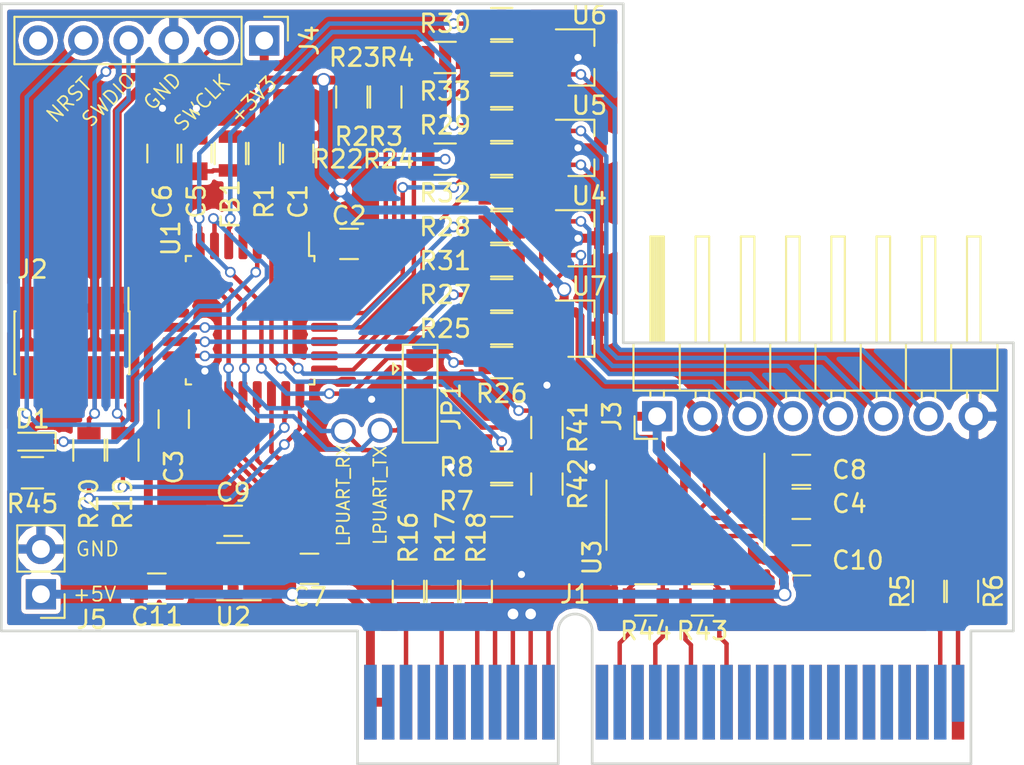
<source format=kicad_pcb>
(kicad_pcb (version 20171130) (host pcbnew "(5.0.2)-1")
  (layers (0 F.Cu signal) (31 B.Cu signal) (34 B.Paste user) (35 F.Paste user) (36 B.SilkS user) (37 F.SilkS user) (38 B.Mask user) (39 F.Mask user) (44 Edge.Cuts user))
  (net 0 "")
  (net 1 GND)
  (net 2 +3V3)
  (net 3 "Net-(C5-Pad1)")
  (net 4 +5V)
  (net 5 "Net-(C9-Pad2)")
  (net 6 "Net-(D1-Pad1)")
  (net 7 "Net-(D1-Pad2)")
  (net 8 /SWDIO)
  (net 9 /SWCLK)
  (net 10 "Net-(J2-Pad7)")
  (net 11 "Net-(J2-Pad8)")
  (net 12 /NRST)
  (net 13 "Net-(J3-Pad6)")
  (net 14 "Net-(J3-Pad5)")
  (net 15 "Net-(J3-Pad4)")
  (net 16 "Net-(J3-Pad3)")
  (net 17 /CP0)
  (net 18 /Main_Connection/RS485_Y)
  (net 19 /Main_Connection/RS485_A)
  (net 20 /Adr1)
  (net 21 /CP1)
  (net 22 /Main_Connection/RS485_Z)
  (net 23 /Main_Connection/RS485_B)
  (net 24 /Adr0)
  (net 25 /Adr2)
  (net 26 "Net-(R2-Pad2)")
  (net 27 "Net-(R5-Pad1)")
  (net 28 "Net-(R6-Pad1)")
  (net 29 /SPI_SCK)
  (net 30 /SPI_MISO)
  (net 31 /SPI_MOSI)
  (net 32 "Net-(R16-Pad2)")
  (net 33 "Net-(R17-Pad2)")
  (net 34 "Net-(R18-Pad2)")
  (net 35 "Net-(R19-Pad2)")
  (net 36 "Net-(R20-Pad2)")
  (net 37 /SPI_NSS)
  (net 38 "Net-(R41-Pad2)")
  (net 39 "Net-(U3-Pad7)")
  (net 40 "Net-(U3-Pad13)")
  (net 41 /I2C_SDA)
  (net 42 /LPUART1_DE)
  (net 43 /I2C_SCL)
  (net 44 /USART2_RTS_DE)
  (net 45 /USART2_CTS)
  (net 46 /USART2_RX)
  (net 47 /USART2_CK)
  (net 48 /LPUART1_RE)
  (net 49 /LPUART1_RX)
  (net 50 /LPUART1_TX)
  (net 51 "Net-(U1-Pad11)")
  (net 52 "Net-(U1-Pad12)")
  (net 53 "Net-(J1-PadB4)")
  (net 54 "Net-(J1-PadB6)")
  (net 55 "Net-(J1-PadB12)")
  (net 56 "Net-(J1-PadB14)")
  (net 57 "Net-(J1-PadB16)")
  (net 58 "Net-(J1-PadB18)")
  (net 59 "Net-(J1-PadB20)")
  (net 60 "Net-(J1-PadB21)")
  (net 61 "Net-(J1-PadB22)")
  (net 62 "Net-(J1-PadB23)")
  (net 63 "Net-(J1-PadB24)")
  (net 64 "Net-(J1-PadB25)")
  (net 65 "Net-(J1-PadB26)")
  (net 66 "Net-(J1-PadB27)")
  (net 67 "Net-(J1-PadB28)")
  (net 68 "Net-(J1-PadB29)")
  (net 69 "Net-(J1-PadB30)")
  (net 70 "Net-(J2-Pad6)")
  (net 71 "Net-(J4-Pad6)")
  (net 72 "Net-(U6-Pad1)")
  (net 73 "Net-(J3-Pad7)")
  (net 74 /USART2_TX_STM32L051)
  (net 75 /LPUART1_TX_STM32L04)
  (module Capacitors_SMD:C_0805 (layer F.Cu) (at 116.99875 73.50125 90)
    (fp_text reference C1 (at -2.69875 0 90) (layer F.SilkS))
    (fp_text value 100n)
    (pad 2 smd rect (at 1 0 90) (size 1 1.25) (layers F.Cu F.Paste F.Mask) (net 1 GND))
    (pad 1 smd rect (at -1 0 90) (size 1 1.25) (layers F.Cu F.Paste F.Mask) (net 12 /NRST))
  )
  (module Capacitors_SMD:C_0805 (layer F.Cu) (at 119.85625 78.58125)
    (fp_text reference C2 (at 0 -1.5875 180) (layer F.SilkS))
    (fp_text value 100n)
    (pad 1 smd rect (at -1 0) (size 1 1.25) (layers F.Cu F.Paste F.Mask) (net 2 +3V3))
    (pad 2 smd rect (at 1 0) (size 1 1.25) (layers F.Cu F.Paste F.Mask) (net 1 GND))
  )
  (module Capacitors_SMD:C_0805 (layer F.Cu) (at 110.01375 88.42375 270)
    (fp_text reference C3 (at 2.69875 0 90) (layer F.SilkS))
    (fp_text value 100n)
    (pad 2 smd rect (at 1 0 270) (size 1 1.25) (layers F.Cu F.Paste F.Mask) (net 1 GND))
    (pad 1 smd rect (at -1 0 270) (size 1 1.25) (layers F.Cu F.Paste F.Mask) (net 2 +3V3))
  )
  (module Capacitors_SMD:C_0805 (layer F.Cu) (at 145.25625 93.18625)
    (fp_text reference C4 (at 2.69875 0) (layer F.SilkS))
    (fp_text value 1u)
    (pad 1 smd rect (at -1 0) (size 1 1.25) (layers F.Cu F.Paste F.Mask) (net 2 +3V3))
    (pad 2 smd rect (at 1 0) (size 1 1.25) (layers F.Cu F.Paste F.Mask) (net 1 GND))
  )
  (module Capacitors_SMD:C_0805 (layer F.Cu) (at 111.28375 73.50125 90)
    (fp_text reference C5 (at -2.69875 0 90) (layer F.SilkS))
    (fp_text value 100n)
    (pad 2 smd rect (at 1 0 90) (size 1 1.25) (layers F.Cu F.Paste F.Mask) (net 1 GND))
    (pad 1 smd rect (at -1 0 90) (size 1 1.25) (layers F.Cu F.Paste F.Mask) (net 3 "Net-(C5-Pad1)"))
  )
  (module Capacitors_SMD:C_0805 (layer F.Cu) (at 109.37875 73.50125 90)
    (fp_text reference C6 (at -2.69875 0 90) (layer F.SilkS))
    (fp_text value 1u)
    (pad 1 smd rect (at -1 0 90) (size 1 1.25) (layers F.Cu F.Paste F.Mask) (net 3 "Net-(C5-Pad1)"))
    (pad 2 smd rect (at 1 0 90) (size 1 1.25) (layers F.Cu F.Paste F.Mask) (net 1 GND))
  )
  (module Capacitors_SMD:C_0805 (layer F.Cu) (at 117.63375 96.8375 180)
    (fp_text reference C7 (at 0 -1.5875 180) (layer F.SilkS))
    (fp_text value 1u)
    (pad 1 smd rect (at -1 0 180) (size 1 1.25) (layers F.Cu F.Paste F.Mask) (net 1 GND))
    (pad 2 smd rect (at 1 0 180) (size 1 1.25) (layers F.Cu F.Paste F.Mask) (net 4 +5V))
  )
  (module Capacitors_SMD:C_0805 (layer F.Cu) (at 145.25625 91.28125 180)
    (fp_text reference C8 (at -2.69875 0) (layer F.SilkS))
    (fp_text value 100n)
    (pad 2 smd rect (at 1 0 180) (size 1 1.25) (layers F.Cu F.Paste F.Mask) (net 2 +3V3))
    (pad 1 smd rect (at -1 0 180) (size 1 1.25) (layers F.Cu F.Paste F.Mask) (net 1 GND))
  )
  (module Capacitors_SMD:C_0805 (layer F.Cu) (at 113.3475 94.13875 180)
    (fp_text reference C9 (at 0 1.5875 180) (layer F.SilkS))
    (fp_text value 10n)
    (pad 2 smd rect (at 1 0 180) (size 1 1.25) (layers F.Cu F.Paste F.Mask) (net 5 "Net-(C9-Pad2)"))
    (pad 1 smd rect (at -1 0 180) (size 1 1.25) (layers F.Cu F.Paste F.Mask) (net 1 GND))
  )
  (module Capacitors_SMD:C_0805 (layer F.Cu) (at 145.25625 96.36125)
    (fp_text reference C10 (at 3.175 0) (layer F.SilkS))
    (fp_text value 100n)
    (pad 1 smd rect (at -1 0) (size 1 1.25) (layers F.Cu F.Paste F.Mask) (net 4 +5V))
    (pad 2 smd rect (at 1 0) (size 1 1.25) (layers F.Cu F.Paste F.Mask) (net 1 GND))
  )
  (module Capacitors_SMD:C_0805 (layer F.Cu) (at 109.06125 97.94875)
    (fp_text reference C11 (at 0 1.5875) (layer F.SilkS))
    (fp_text value 1u)
    (pad 1 smd rect (at -1 0) (size 1 1.25) (layers F.Cu F.Paste F.Mask) (net 1 GND))
    (pad 2 smd rect (at 1 0) (size 1 1.25) (layers F.Cu F.Paste F.Mask) (net 2 +3V3))
  )
  (module Inductors_SMD:L_0805 (layer F.Cu) (at 113.18875 73.50125 270)
    (fp_text reference FB1 (at 2.8575 0 90) (layer F.SilkS))
    (fp_text value Ferrite_Bead)
    (pad 2 smd rect (at 0.95 0 270) (size 0.7 1.3) (layers F.Cu F.Paste F.Mask) (net 3 "Net-(C5-Pad1)"))
    (pad 1 smd rect (at -0.95 0 270) (size 0.7 1.3) (layers F.Cu F.Paste F.Mask) (net 2 +3V3))
  )
  (module Connector_PinHeader_1.27mm:PinHeader_2x05_P1.27mm_Vertical_SMD (layer F.Cu) (at 104.29875 84.1375 270)
    (fp_text reference J2 (at -4.1275 2.2225 180) (layer F.SilkS))
    (fp_text value Conn_ARM_JTAG_SWD_10)
    (pad 1 smd rect (at -1.95 -2.54 270) (size 2.4 0.74) (layers F.Cu F.Paste F.Mask) (net 2 +3V3))
    (pad 2 smd rect (at 1.95 -2.54 270) (size 2.4 0.74) (layers F.Cu F.Paste F.Mask) (net 8 /SWDIO))
    (pad 3 smd rect (at -1.95 -1.27 270) (size 2.4 0.74) (layers F.Cu F.Paste F.Mask) (net 1 GND))
    (pad 4 smd rect (at 1.95 -1.27 270) (size 2.4 0.74) (layers F.Cu F.Paste F.Mask) (net 9 /SWCLK))
    (pad 5 smd rect (at -1.95 0 270) (size 2.4 0.74) (layers F.Cu F.Paste F.Mask) (net 1 GND))
    (pad 6 smd rect (at 1.95 0 270) (size 2.4 0.74) (layers F.Cu F.Paste F.Mask) (net 70 "Net-(J2-Pad6)"))
    (pad 7 smd rect (at -1.95 1.27 270) (size 2.4 0.74) (layers F.Cu F.Paste F.Mask) (net 10 "Net-(J2-Pad7)"))
    (pad 8 smd rect (at 1.95 1.27 270) (size 2.4 0.74) (layers F.Cu F.Paste F.Mask) (net 11 "Net-(J2-Pad8)"))
    (pad 9 smd rect (at -1.95 2.54 270) (size 2.4 0.74) (layers F.Cu F.Paste F.Mask) (net 1 GND))
    (pad 10 smd rect (at 1.95 2.54 270) (size 2.4 0.74) (layers F.Cu F.Paste F.Mask) (net 12 /NRST))
  )
  (module Resistors_SMD:R_0805 (layer F.Cu) (at 115.09375 73.50125 270)
    (fp_text reference R1 (at 2.69875 0 270) (layer F.SilkS))
    (fp_text value DNP)
    (pad 2 smd rect (at 0.95 0 270) (size 0.7 1.3) (layers F.Cu F.Paste F.Mask) (net 12 /NRST))
    (pad 1 smd rect (at -0.95 0 270) (size 0.7 1.3) (layers F.Cu F.Paste F.Mask) (net 2 +3V3))
  )
  (module Resistors_SMD:R_0805 (layer F.Cu) (at 120.015 70.32625 270)
    (fp_text reference R2 (at 2.2225 0) (layer F.SilkS))
    (fp_text value DNP)
    (pad 1 smd rect (at -0.95 0 270) (size 0.7 1.3) (layers F.Cu F.Paste F.Mask) (net 2 +3V3))
    (pad 2 smd rect (at 0.95 0 270) (size 0.7 1.3) (layers F.Cu F.Paste F.Mask) (net 26 "Net-(R2-Pad2)"))
  )
  (module Resistors_SMD:R_0805 (layer F.Cu) (at 121.92 70.32625 90)
    (fp_text reference R3 (at -2.2225 0 180) (layer F.SilkS))
    (fp_text value 10k)
    (pad 1 smd rect (at -0.95 0 90) (size 0.7 1.3) (layers F.Cu F.Paste F.Mask) (net 26 "Net-(R2-Pad2)"))
    (pad 2 smd rect (at 0.95 0 90) (size 0.7 1.3) (layers F.Cu F.Paste F.Mask) (net 1 GND))
  )
  (module Resistors_SMD:R_0805 (layer F.Cu) (at 128.42875 68.10375)
    (fp_text reference R4 (at -5.87375 0) (layer F.SilkS))
    (fp_text value 22R)
    (pad 2 smd rect (at 0.95 0) (size 0.7 1.3) (layers F.Cu F.Paste F.Mask) (net 73 "Net-(J3-Pad7)"))
    (pad 1 smd rect (at -0.95 0) (size 0.7 1.3) (layers F.Cu F.Paste F.Mask) (net 41 /I2C_SDA))
  )
  (module Resistors_SMD:R_0805 (layer F.Cu) (at 152.4 98.1075 270)
    (fp_text reference R5 (at 0 1.5875 90) (layer F.SilkS))
    (fp_text value 22R)
    (pad 2 smd rect (at 0.95 0 270) (size 0.7 1.3) (layers F.Cu F.Paste F.Mask) (net 17 /CP0))
    (pad 1 smd rect (at -0.95 0 270) (size 0.7 1.3) (layers F.Cu F.Paste F.Mask) (net 27 "Net-(R5-Pad1)"))
  )
  (module Resistors_SMD:R_0805 (layer F.Cu) (at 154.305 98.1075 270)
    (fp_text reference R6 (at 0 -1.74625 90) (layer F.SilkS))
    (fp_text value 22R)
    (pad 1 smd rect (at -0.95 0 270) (size 0.7 1.3) (layers F.Cu F.Paste F.Mask) (net 28 "Net-(R6-Pad1)"))
    (pad 2 smd rect (at 0.95 0 270) (size 0.7 1.3) (layers F.Cu F.Paste F.Mask) (net 21 /CP1))
  )
  (module Resistors_SMD:R_0805 (layer F.Cu) (at 123.19 98.1075 90)
    (fp_text reference R16 (at 3.01625 0 90) (layer F.SilkS))
    (fp_text value 100R)
    (pad 2 smd rect (at 0.95 0 90) (size 0.7 1.3) (layers F.Cu F.Paste F.Mask) (net 32 "Net-(R16-Pad2)"))
    (pad 1 smd rect (at -0.95 0 90) (size 0.7 1.3) (layers F.Cu F.Paste F.Mask) (net 24 /Adr0))
  )
  (module Resistors_SMD:R_0805 (layer F.Cu) (at 125.095 98.1075 90)
    (fp_text reference R17 (at 3.01625 0.15875 90) (layer F.SilkS))
    (fp_text value 100R)
    (pad 1 smd rect (at -0.95 0 90) (size 0.7 1.3) (layers F.Cu F.Paste F.Mask) (net 20 /Adr1))
    (pad 2 smd rect (at 0.95 0 90) (size 0.7 1.3) (layers F.Cu F.Paste F.Mask) (net 33 "Net-(R17-Pad2)"))
  )
  (module Resistors_SMD:R_0805 (layer F.Cu) (at 127 98.1075 90)
    (fp_text reference R18 (at 3.01625 0 90) (layer F.SilkS))
    (fp_text value 100R)
    (pad 2 smd rect (at 0.95 0 90) (size 0.7 1.3) (layers F.Cu F.Paste F.Mask) (net 34 "Net-(R18-Pad2)"))
    (pad 1 smd rect (at -0.95 0 90) (size 0.7 1.3) (layers F.Cu F.Paste F.Mask) (net 25 /Adr2))
  )
  (module Resistors_SMD:R_0805 (layer F.Cu) (at 107.15625 90.17 270)
    (fp_text reference R19 (at 3.01625 0 90) (layer F.SilkS))
    (fp_text value 22R)
    (pad 1 smd rect (at -0.95 0 270) (size 0.7 1.3) (layers F.Cu F.Paste F.Mask) (net 8 /SWDIO))
    (pad 2 smd rect (at 0.95 0 270) (size 0.7 1.3) (layers F.Cu F.Paste F.Mask) (net 35 "Net-(R19-Pad2)"))
  )
  (module Resistors_SMD:R_0805 (layer F.Cu) (at 105.25125 90.17 270)
    (fp_text reference R20 (at 3.01625 0 90) (layer F.SilkS))
    (fp_text value 22R)
    (pad 2 smd rect (at 0.95 0 270) (size 0.7 1.3) (layers F.Cu F.Paste F.Mask) (net 36 "Net-(R20-Pad2)"))
    (pad 1 smd rect (at -0.95 0 270) (size 0.7 1.3) (layers F.Cu F.Paste F.Mask) (net 9 /SWCLK))
  )
  (module Resistors_SMD:R_0805 (layer F.Cu) (at 125.25375 73.81875)
    (fp_text reference R22 (at -6.0325 0) (layer F.SilkS))
    (fp_text value 4k7)
    (pad 2 smd rect (at 0.95 0) (size 0.7 1.3) (layers F.Cu F.Paste F.Mask) (net 43 /I2C_SCL))
    (pad 1 smd rect (at -0.95 0) (size 0.7 1.3) (layers F.Cu F.Paste F.Mask) (net 2 +3V3))
  )
  (module Resistors_SMD:R_0805 (layer F.Cu) (at 125.25375 68.10375)
    (fp_text reference R23 (at -5.08 0) (layer F.SilkS))
    (fp_text value 4k7)
    (pad 1 smd rect (at -0.95 0) (size 0.7 1.3) (layers F.Cu F.Paste F.Mask) (net 2 +3V3))
    (pad 2 smd rect (at 0.95 0) (size 0.7 1.3) (layers F.Cu F.Paste F.Mask) (net 41 /I2C_SDA))
  )
  (module Resistors_SMD:R_0805 (layer F.Cu) (at 128.42875 73.81875)
    (fp_text reference R24 (at -6.35 0) (layer F.SilkS))
    (fp_text value 22R)
    (pad 2 smd rect (at 0.95 0) (size 0.7 1.3) (layers F.Cu F.Paste F.Mask) (net 13 "Net-(J3-Pad6)"))
    (pad 1 smd rect (at -0.95 0) (size 0.7 1.3) (layers F.Cu F.Paste F.Mask) (net 43 /I2C_SCL))
  )
  (module Resistors_SMD:R_0805 (layer F.Cu) (at 128.42875 83.34375)
    (fp_text reference R25 (at -3.175 0) (layer F.SilkS))
    (fp_text value DNP)
    (pad 1 smd rect (at -0.95 0) (size 0.7 1.3) (layers F.Cu F.Paste F.Mask) (net 37 /SPI_NSS))
    (pad 2 smd rect (at 0.95 0) (size 0.7 1.3) (layers F.Cu F.Paste F.Mask) (net 15 "Net-(J3-Pad4)"))
  )
  (module Resistors_SMD:R_0805 (layer F.Cu) (at 128.42875 85.24875)
    (fp_text reference R26 (at 0 1.74625) (layer F.SilkS))
    (fp_text value DNP)
    (pad 1 smd rect (at -0.95 0) (size 0.7 1.3) (layers F.Cu F.Paste F.Mask) (net 47 /USART2_CK))
    (pad 2 smd rect (at 0.95 0) (size 0.7 1.3) (layers F.Cu F.Paste F.Mask) (net 16 "Net-(J3-Pad3)"))
  )
  (module Resistors_SMD:R_0805 (layer F.Cu) (at 128.42875 81.43875)
    (fp_text reference R27 (at -3.175 0) (layer F.SilkS))
    (fp_text value DNP)
    (pad 2 smd rect (at 0.95 0) (size 0.7 1.3) (layers F.Cu F.Paste F.Mask) (net 15 "Net-(J3-Pad4)"))
    (pad 1 smd rect (at -0.95 0) (size 0.7 1.3) (layers F.Cu F.Paste F.Mask) (net 44 /USART2_RTS_DE))
  )
  (module Resistors_SMD:R_0805 (layer F.Cu) (at 128.42875 77.62875)
    (fp_text reference R28 (at -3.175 0) (layer F.SilkS))
    (fp_text value DNP)
    (pad 1 smd rect (at -0.95 0) (size 0.7 1.3) (layers F.Cu F.Paste F.Mask) (net 45 /USART2_CTS))
    (pad 2 smd rect (at 0.95 0) (size 0.7 1.3) (layers F.Cu F.Paste F.Mask) (net 14 "Net-(J3-Pad5)"))
  )
  (module Resistors_SMD:R_0805 (layer F.Cu) (at 128.42875 71.91375)
    (fp_text reference R29 (at -3.175 0) (layer F.SilkS))
    (fp_text value DNP)
    (pad 2 smd rect (at 0.95 0) (size 0.7 1.3) (layers F.Cu F.Paste F.Mask) (net 13 "Net-(J3-Pad6)"))
    (pad 1 smd rect (at -0.95 0) (size 0.7 1.3) (layers F.Cu F.Paste F.Mask) (net 46 /USART2_RX))
  )
  (module Resistors_SMD:R_0805 (layer F.Cu) (at 128.42875 66.19875)
    (fp_text reference R30 (at -3.175 0) (layer F.SilkS))
    (fp_text value DNP)
    (pad 1 smd rect (at -0.95 0) (size 0.7 1.3) (layers F.Cu F.Paste F.Mask) (net 74 /USART2_TX_STM32L051))
    (pad 2 smd rect (at 0.95 0) (size 0.7 1.3) (layers F.Cu F.Paste F.Mask) (net 73 "Net-(J3-Pad7)"))
  )
  (module Resistors_SMD:R_0805 (layer F.Cu) (at 128.42875 79.53375)
    (fp_text reference R31 (at -3.175 0) (layer F.SilkS))
    (fp_text value DNP)
    (pad 2 smd rect (at 0.95 0) (size 0.7 1.3) (layers F.Cu F.Paste F.Mask) (net 14 "Net-(J3-Pad5)"))
    (pad 1 smd rect (at -0.95 0) (size 0.7 1.3) (layers F.Cu F.Paste F.Mask) (net 29 /SPI_SCK))
  )
  (module Resistors_SMD:R_0805 (layer F.Cu) (at 128.42875 75.72375)
    (fp_text reference R32 (at -3.175 0) (layer F.SilkS))
    (fp_text value DNP)
    (pad 1 smd rect (at -0.95 0) (size 0.7 1.3) (layers F.Cu F.Paste F.Mask) (net 30 /SPI_MISO))
    (pad 2 smd rect (at 0.95 0) (size 0.7 1.3) (layers F.Cu F.Paste F.Mask) (net 13 "Net-(J3-Pad6)"))
  )
  (module Resistors_SMD:R_0805 (layer F.Cu) (at 128.42875 70.00875)
    (fp_text reference R33 (at -3.175 0) (layer F.SilkS))
    (fp_text value DNP)
    (pad 2 smd rect (at 0.95 0) (size 0.7 1.3) (layers F.Cu F.Paste F.Mask) (net 73 "Net-(J3-Pad7)"))
    (pad 1 smd rect (at -0.95 0) (size 0.7 1.3) (layers F.Cu F.Paste F.Mask) (net 31 /SPI_MOSI))
  )
  (module Resistors_SMD:R_0805 (layer F.Cu) (at 130.96875 88.9 270)
    (fp_text reference R41 (at 0 -1.74625 270) (layer F.SilkS))
    (fp_text value DNP)
    (pad 1 smd rect (at -0.95 0 270) (size 0.7 1.3) (layers F.Cu F.Paste F.Mask) (net 48 /LPUART1_RE))
    (pad 2 smd rect (at 0.95 0 270) (size 0.7 1.3) (layers F.Cu F.Paste F.Mask) (net 38 "Net-(R41-Pad2)"))
  )
  (module Resistors_SMD:R_0805 (layer F.Cu) (at 130.96875 92.075 90)
    (fp_text reference R42 (at 0 1.74625 90) (layer F.SilkS))
    (fp_text value DNP)
    (pad 2 smd rect (at 0.95 0 90) (size 0.7 1.3) (layers F.Cu F.Paste F.Mask) (net 38 "Net-(R41-Pad2)"))
    (pad 1 smd rect (at -0.95 0 90) (size 0.7 1.3) (layers F.Cu F.Paste F.Mask) (net 42 /LPUART1_DE))
  )
  (module Resistors_SMD:R_0805 (layer F.Cu) (at 139.7 98.58375 180)
    (fp_text reference R43 (at 0 -1.74625 180) (layer F.SilkS))
    (fp_text value 120R)
    (pad 2 smd rect (at 0.95 0 180) (size 0.7 1.3) (layers F.Cu F.Paste F.Mask) (net 23 /Main_Connection/RS485_B))
    (pad 1 smd rect (at -0.95 0 180) (size 0.7 1.3) (layers F.Cu F.Paste F.Mask) (net 19 /Main_Connection/RS485_A))
  )
  (module Resistors_SMD:R_0805 (layer F.Cu) (at 136.525 98.58375)
    (fp_text reference R44 (at 0 1.74625) (layer F.SilkS))
    (fp_text value 120R)
    (pad 1 smd rect (at -0.95 0) (size 0.7 1.3) (layers F.Cu F.Paste F.Mask) (net 18 /Main_Connection/RS485_Y))
    (pad 2 smd rect (at 0.95 0) (size 0.7 1.3) (layers F.Cu F.Paste F.Mask) (net 22 /Main_Connection/RS485_Z))
  )
  (module Resistors_SMD:R_0805 (layer F.Cu) (at 102.07625 91.44 180)
    (fp_text reference R45 (at 0 -1.74625 180) (layer F.SilkS))
    (fp_text value 480R)
    (pad 1 smd rect (at -0.95 0 180) (size 0.7 1.3) (layers F.Cu F.Paste F.Mask) (net 2 +3V3))
    (pad 2 smd rect (at 0.95 0 180) (size 0.7 1.3) (layers F.Cu F.Paste F.Mask) (net 7 "Net-(D1-Pad2)"))
  )
  (module Package_QFP:LQFP-32_7x7mm_P0.8mm (layer F.Cu) (at 114.3 82.8675 270)
    (fp_text reference U1 (at -4.60375 4.445 90) (layer F.SilkS))
    (fp_text value STM32L021K4Tx)
    (pad 1 smd roundrect (at -4.175 -2.8 270) (size 1.5 0.5) (layers F.Cu F.Paste F.Mask) (net 2 +3V3))
    (pad 2 smd roundrect (at -4.175 -2 270) (size 1.5 0.5) (layers F.Cu F.Paste F.Mask) (net 48 /LPUART1_RE))
    (pad 3 smd roundrect (at -4.175 -1.2 270) (size 1.5 0.5) (layers F.Cu F.Paste F.Mask) (net 42 /LPUART1_DE))
    (pad 4 smd roundrect (at -4.175 -0.4 270) (size 1.5 0.5) (layers F.Cu F.Paste F.Mask) (net 12 /NRST))
    (pad 5 smd roundrect (at -4.175 0.4 270) (size 1.5 0.5) (layers F.Cu F.Paste F.Mask) (net 3 "Net-(C5-Pad1)"))
    (pad 6 smd roundrect (at -4.175 1.2 270) (size 1.5 0.5) (layers F.Cu F.Paste F.Mask) (net 46 /USART2_RX))
    (pad 7 smd roundrect (at -4.175 2 270) (size 1.5 0.5) (layers F.Cu F.Paste F.Mask) (net 6 "Net-(D1-Pad1)"))
    (pad 8 smd roundrect (at -4.175 2.8 270) (size 1.5 0.5) (layers F.Cu F.Paste F.Mask) (net 74 /USART2_TX_STM32L051))
    (pad 9 smd roundrect (at -2.8 4.175 270) (size 0.5 1.5) (layers F.Cu F.Paste F.Mask) (net 49 /LPUART1_RX))
    (pad 10 smd roundrect (at -2 4.175 270) (size 0.5 1.5) (layers F.Cu F.Paste F.Mask) (net 75 /LPUART1_TX_STM32L04))
    (pad 11 smd roundrect (at -1.2 4.175 270) (size 0.5 1.5) (layers F.Cu F.Paste F.Mask) (net 51 "Net-(U1-Pad11)"))
    (pad 12 smd roundrect (at -0.4 4.175 270) (size 0.5 1.5) (layers F.Cu F.Paste F.Mask) (net 52 "Net-(U1-Pad12)"))
    (pad 13 smd roundrect (at 0.4 4.175 270) (size 0.5 1.5) (layers F.Cu F.Paste F.Mask) (net 45 /USART2_CTS))
    (pad 14 smd roundrect (at 1.2 4.175 270) (size 0.5 1.5) (layers F.Cu F.Paste F.Mask) (net 44 /USART2_RTS_DE))
    (pad 15 smd roundrect (at 2 4.175 270) (size 0.5 1.5) (layers F.Cu F.Paste F.Mask) (net 47 /USART2_CK))
    (pad 16 smd roundrect (at 2.8 4.175 270) (size 0.5 1.5) (layers F.Cu F.Paste F.Mask) (net 1 GND))
    (pad 17 smd roundrect (at 4.175 2.8 270) (size 1.5 0.5) (layers F.Cu F.Paste F.Mask) (net 2 +3V3))
    (pad 18 smd roundrect (at 4.175 2 270) (size 1.5 0.5) (layers F.Cu F.Paste F.Mask) (net 32 "Net-(R16-Pad2)"))
    (pad 19 smd roundrect (at 4.175 1.2 270) (size 1.5 0.5) (layers F.Cu F.Paste F.Mask) (net 33 "Net-(R17-Pad2)"))
    (pad 20 smd roundrect (at 4.175 0.4 270) (size 1.5 0.5) (layers F.Cu F.Paste F.Mask) (net 34 "Net-(R18-Pad2)"))
    (pad 21 smd roundrect (at 4.175 -0.4 270) (size 1.5 0.5) (layers F.Cu F.Paste F.Mask) (net 27 "Net-(R5-Pad1)"))
    (pad 22 smd roundrect (at 4.175 -1.2 270) (size 1.5 0.5) (layers F.Cu F.Paste F.Mask) (net 28 "Net-(R6-Pad1)"))
    (pad 23 smd roundrect (at 4.175 -2 270) (size 1.5 0.5) (layers F.Cu F.Paste F.Mask) (net 35 "Net-(R19-Pad2)"))
    (pad 24 smd roundrect (at 4.175 -2.8 270) (size 1.5 0.5) (layers F.Cu F.Paste F.Mask) (net 36 "Net-(R20-Pad2)"))
    (pad 25 smd roundrect (at 2.8 -4.175 270) (size 0.5 1.5) (layers F.Cu F.Paste F.Mask) (net 37 /SPI_NSS))
    (pad 26 smd roundrect (at 2 -4.175 270) (size 0.5 1.5) (layers F.Cu F.Paste F.Mask) (net 29 /SPI_SCK))
    (pad 27 smd roundrect (at 1.2 -4.175 270) (size 0.5 1.5) (layers F.Cu F.Paste F.Mask) (net 30 /SPI_MISO))
    (pad 28 smd roundrect (at 0.4 -4.175 270) (size 0.5 1.5) (layers F.Cu F.Paste F.Mask) (net 31 /SPI_MOSI))
    (pad 29 smd roundrect (at -0.4 -4.175 270) (size 0.5 1.5) (layers F.Cu F.Paste F.Mask) (net 43 /I2C_SCL))
    (pad 30 smd roundrect (at -1.2 -4.175 270) (size 0.5 1.5) (layers F.Cu F.Paste F.Mask) (net 41 /I2C_SDA))
    (pad 31 smd roundrect (at -2 -4.175 270) (size 0.5 1.5) (layers F.Cu F.Paste F.Mask) (net 26 "Net-(R2-Pad2)"))
    (pad 32 smd roundrect (at -2.8 -4.175 270) (size 0.5 1.5) (layers F.Cu F.Paste F.Mask) (net 1 GND))
  )
  (module Package_TO_SOT_SMD:SOT-23-5_HandSoldering (layer F.Cu) (at 113.3475 96.99625 180)
    (fp_text reference U2 (at 0 -2.54 180) (layer F.SilkS))
    (fp_text value LDK130-33_SOT23_SOT353)
    (pad 1 smd rect (at -1.35 -0.95 180) (size 1.56 0.65) (layers F.Cu F.Paste F.Mask) (net 4 +5V))
    (pad 2 smd rect (at -1.35 0 180) (size 1.56 0.65) (layers F.Cu F.Paste F.Mask) (net 1 GND))
    (pad 3 smd rect (at -1.35 0.95 180) (size 1.56 0.65) (layers F.Cu F.Paste F.Mask) (net 4 +5V))
    (pad 4 smd rect (at 1.35 0.95 180) (size 1.56 0.65) (layers F.Cu F.Paste F.Mask) (net 5 "Net-(C9-Pad2)"))
    (pad 5 smd rect (at 1.35 -0.95 180) (size 1.56 0.65) (layers F.Cu F.Paste F.Mask) (net 2 +3V3))
  )
  (module Package_SO:SOIC-14_3.9x8.7mm_P1.27mm (layer F.Cu) (at 138.7475 93.82125 270)
    (fp_text reference U3 (at 2.38125 5.23875 270) (layer F.SilkS))
    (fp_text value MAX13432EESD)
    (pad 1 smd roundrect (at -2.475 -3.81 270) (size 1.95 0.6) (layers F.Cu F.Paste F.Mask) (net 2 +3V3))
    (pad 2 smd roundrect (at -2.475 -2.54 270) (size 1.95 0.6) (layers F.Cu F.Paste F.Mask) (net 49 /LPUART1_RX))
    (pad 3 smd roundrect (at -2.475 -1.27 270) (size 1.95 0.6) (layers F.Cu F.Paste F.Mask) (net 42 /LPUART1_DE))
    (pad 4 smd roundrect (at -2.475 0 270) (size 1.95 0.6) (layers F.Cu F.Paste F.Mask) (net 38 "Net-(R41-Pad2)"))
    (pad 5 smd roundrect (at -2.475 1.27 270) (size 1.95 0.6) (layers F.Cu F.Paste F.Mask) (net 50 /LPUART1_TX))
    (pad 6 smd roundrect (at -2.475 2.54 270) (size 1.95 0.6) (layers F.Cu F.Paste F.Mask) (net 1 GND))
    (pad 7 smd roundrect (at -2.475 3.81 270) (size 1.95 0.6) (layers F.Cu F.Paste F.Mask) (net 39 "Net-(U3-Pad7)"))
    (pad 8 smd roundrect (at 2.475 3.81 270) (size 1.95 0.6) (layers F.Cu F.Paste F.Mask) (net 1 GND))
    (pad 9 smd roundrect (at 2.475 2.54 270) (size 1.95 0.6) (layers F.Cu F.Paste F.Mask) (net 18 /Main_Connection/RS485_Y))
    (pad 10 smd roundrect (at 2.475 1.27 270) (size 1.95 0.6) (layers F.Cu F.Paste F.Mask) (net 22 /Main_Connection/RS485_Z))
    (pad 11 smd roundrect (at 2.475 0 270) (size 1.95 0.6) (layers F.Cu F.Paste F.Mask) (net 23 /Main_Connection/RS485_B))
    (pad 12 smd roundrect (at 2.475 -1.27 270) (size 1.95 0.6) (layers F.Cu F.Paste F.Mask) (net 19 /Main_Connection/RS485_A))
    (pad 13 smd roundrect (at 2.475 -2.54 270) (size 1.95 0.6) (layers F.Cu F.Paste F.Mask) (net 40 "Net-(U3-Pad13)"))
    (pad 14 smd roundrect (at 2.475 -3.81 270) (size 1.95 0.6) (layers F.Cu F.Paste F.Mask) (net 4 +5V))
  )
  (module LEDs:LED_0603 (layer F.Cu) (at 102.07625 89.69375 180)
    (fp_text reference D1 (at 0 1.27 180) (layer F.SilkS))
    (fp_text value LED)
    (pad 1 smd rect (at -0.8 0) (size 0.8 0.8) (layers F.Cu F.Paste F.Mask) (net 6 "Net-(D1-Pad1)"))
    (pad 2 smd rect (at 0.8 0) (size 0.8 0.8) (layers F.Cu F.Paste F.Mask) (net 7 "Net-(D1-Pad2)"))
  )
  (module Resistors_SMD:R_0805 (layer F.Cu) (at 128.42875 93.0275 180)
    (fp_text reference R7 (at 2.54 0) (layer F.SilkS))
    (fp_text value 10k)
    (pad 1 smd rect (at -0.95 0 180) (size 0.7 1.3) (layers F.Cu F.Paste F.Mask) (net 42 /LPUART1_DE))
    (pad 2 smd rect (at 0.95 0 180) (size 0.7 1.3) (layers F.Cu F.Paste F.Mask) (net 1 GND))
  )
  (module Resistors_SMD:R_0805 (layer F.Cu) (at 128.42875 91.1225 180)
    (fp_text reference R8 (at 2.54 0 180) (layer F.SilkS))
    (fp_text value 10k)
    (pad 2 smd rect (at 0.95 0 180) (size 0.7 1.3) (layers F.Cu F.Paste F.Mask) (net 1 GND))
    (pad 1 smd rect (at -0.95 0 180) (size 0.7 1.3) (layers F.Cu F.Paste F.Mask) (net 38 "Net-(R41-Pad2)"))
  )
  (module "Samtec PCIE:SAMTEC_PCIE_064-02-F-D-TH-Tochter" (layer F.Cu) (at 132.55625 102.235)
    (fp_text reference J1 (at 0 -3.96875) (layer F.SilkS))
    (fp_text value PCIE-064-02-F-D-TH-tochter)
    (pad B1 connect rect (at -11.5 2.1) (size 0.7 4.2) (layers F.Cu F.Mask) (net 4 +5V))
    (pad B2 connect rect (at -10.5 2.1) (size 0.7 4.2) (layers F.Cu F.Mask) (net 4 +5V))
    (pad B3 connect rect (at -9.5 2.1) (size 0.7 4.2) (layers F.Cu F.Mask) (net 24 /Adr0))
    (pad B4 connect rect (at -8.5 2.1) (size 0.7 4.2) (layers F.Cu F.Mask) (net 53 "Net-(J1-PadB4)"))
    (pad B5 connect rect (at -7.5 2.1) (size 0.7 4.2) (layers F.Cu F.Mask) (net 20 /Adr1))
    (pad B6 connect rect (at -6.5 2.1) (size 0.7 4.2) (layers F.Cu F.Mask) (net 54 "Net-(J1-PadB6)"))
    (pad B7 connect rect (at -5.5 2.1) (size 0.7 4.2) (layers F.Cu F.Mask) (net 25 /Adr2))
    (pad B8 connect rect (at -4.5 2.1) (size 0.7 4.2) (layers F.Cu F.Mask) (net 1 GND))
    (pad B9 connect rect (at -3.5 2.1) (size 0.7 4.2) (layers F.Cu F.Mask) (net 1 GND))
    (pad B10 connect rect (at -2.5 2.1) (size 0.7 4.2) (layers F.Cu F.Mask) (net 1 GND))
    (pad B11 connect rect (at -1.5 2.1) (size 0.7 4.2) (layers F.Cu F.Mask) (net 1 GND))
    (pad B12 connect rect (at 1.5 2.1) (size 0.7 4.2) (layers F.Cu F.Mask) (net 55 "Net-(J1-PadB12)"))
    (pad B13 connect rect (at 2.5 2.1) (size 0.7 4.2) (layers F.Cu F.Mask) (net 18 /Main_Connection/RS485_Y))
    (pad B14 connect rect (at 3.5 2.1) (size 0.7 4.2) (layers F.Cu F.Mask) (net 56 "Net-(J1-PadB14)"))
    (pad B15 connect rect (at 4.5 2.1) (size 0.7 4.2) (layers F.Cu F.Mask) (net 22 /Main_Connection/RS485_Z))
    (pad B16 connect rect (at 5.5 2.1) (size 0.7 4.2) (layers F.Cu F.Mask) (net 57 "Net-(J1-PadB16)"))
    (pad B17 connect rect (at 6.5 2.1) (size 0.7 4.2) (layers F.Cu F.Mask) (net 23 /Main_Connection/RS485_B))
    (pad B18 connect rect (at 7.5 2.1) (size 0.7 4.2) (layers F.Cu F.Mask) (net 58 "Net-(J1-PadB18)"))
    (pad B19 connect rect (at 8.5 2.1) (size 0.7 4.2) (layers F.Cu F.Mask) (net 19 /Main_Connection/RS485_A))
    (pad B20 connect rect (at 9.5 2.1) (size 0.7 4.2) (layers F.Cu F.Mask) (net 59 "Net-(J1-PadB20)"))
    (pad B21 connect rect (at 10.5 2.1) (size 0.7 4.2) (layers F.Cu F.Mask) (net 60 "Net-(J1-PadB21)"))
    (pad B22 connect rect (at 11.5 2.1) (size 0.7 4.2) (layers F.Cu F.Mask) (net 61 "Net-(J1-PadB22)"))
    (pad B23 connect rect (at 12.5 2.1) (size 0.7 4.2) (layers F.Cu F.Mask) (net 62 "Net-(J1-PadB23)"))
    (pad B24 connect rect (at 13.5 2.1) (size 0.7 4.2) (layers F.Cu F.Mask) (net 63 "Net-(J1-PadB24)"))
    (pad B25 connect rect (at 14.5 2.1) (size 0.7 4.2) (layers F.Cu F.Mask) (net 64 "Net-(J1-PadB25)"))
    (pad B26 connect rect (at 15.5 2.1) (size 0.7 4.2) (layers F.Cu F.Mask) (net 65 "Net-(J1-PadB26)"))
    (pad B27 connect rect (at 16.5 2.1) (size 0.7 4.2) (layers F.Cu F.Mask) (net 66 "Net-(J1-PadB27)"))
    (pad B28 connect rect (at 17.5 2.1) (size 0.7 4.2) (layers F.Cu F.Mask) (net 67 "Net-(J1-PadB28)"))
    (pad B29 connect rect (at 18.5 2.1) (size 0.7 4.2) (layers F.Cu F.Mask) (net 68 "Net-(J1-PadB29)"))
    (pad B30 connect rect (at 19.5 2.1) (size 0.7 4.2) (layers F.Cu F.Mask) (net 69 "Net-(J1-PadB30)"))
    (pad B31 connect rect (at 20.5 1.6) (size 0.7 3.2) (layers F.Cu F.Mask) (net 17 /CP0))
    (pad B32 connect rect (at 21.5 2.1) (size 0.7 4.2) (layers F.Cu F.Mask) (net 21 /CP1))
    (pad A1 connect rect (at -11.5 2.1) (size 0.7 4.2) (layers B.Cu F.Mask))
    (pad A2 connect rect (at -10.5 2.1) (size 0.7 4.2) (layers B.Cu F.Mask))
    (pad A3 connect rect (at -9.5 2.1) (size 0.7 4.2) (layers B.Cu F.Mask))
    (pad A4 connect rect (at -8.5 2.1) (size 0.7 4.2) (layers B.Cu F.Mask))
    (pad A5 connect rect (at -7.5 2.1) (size 0.7 4.2) (layers B.Cu F.Mask))
    (pad A6 connect rect (at -6.5 2.1) (size 0.7 4.2) (layers B.Cu F.Mask))
    (pad A7 connect rect (at -5.5 2.1) (size 0.7 4.2) (layers B.Cu F.Mask))
    (pad A8 connect rect (at -4.5 2.1) (size 0.7 4.2) (layers B.Cu F.Mask))
    (pad A9 connect rect (at -3.5 2.1) (size 0.7 4.2) (layers B.Cu F.Mask))
    (pad A10 connect rect (at -2.5 2.1) (size 0.7 4.2) (layers B.Cu F.Mask))
    (pad A11 connect rect (at -1.5 2.1) (size 0.7 4.2) (layers B.Cu F.Mask))
    (pad A12 connect rect (at 1.5 2.1) (size 0.7 4.2) (layers B.Cu F.Mask))
    (pad A13 connect rect (at 2.5 2.1) (size 0.7 4.2) (layers B.Cu F.Mask))
    (pad A14 connect rect (at 3.5 2.1) (size 0.7 4.2) (layers B.Cu F.Mask))
    (pad A15 connect rect (at 4.5 2.1) (size 0.7 4.2) (layers B.Cu F.Mask))
    (pad A16 connect rect (at 5.5 2.1) (size 0.7 4.2) (layers B.Cu F.Mask))
    (pad A17 connect rect (at 6.5 2.1) (size 0.7 4.2) (layers B.Cu F.Mask))
    (pad A18 connect rect (at 7.5 2.1) (size 0.7 4.2) (layers B.Cu F.Mask))
    (pad A19 connect rect (at 8.5 2.1) (size 0.7 4.2) (layers B.Cu F.Mask))
    (pad A20 connect rect (at 9.5 2.1) (size 0.7 4.2) (layers B.Cu F.Mask))
    (pad A21 connect rect (at 10.5 2.1) (size 0.7 4.2) (layers B.Cu F.Mask))
    (pad A22 connect rect (at 11.5 2.1) (size 0.7 4.2) (layers B.Cu F.Mask))
    (pad A23 connect rect (at 12.5 2.1) (size 0.7 4.2) (layers B.Cu F.Mask))
    (pad A24 connect rect (at 13.5 2.1) (size 0.7 4.2) (layers B.Cu F.Mask))
    (pad A25 connect rect (at 14.5 2.1) (size 0.7 4.2) (layers B.Cu F.Mask))
    (pad A26 connect rect (at 15.5 2.1) (size 0.7 4.2) (layers B.Cu F.Mask))
    (pad A27 connect rect (at 16.5 2.1) (size 0.7 4.2) (layers B.Cu F.Mask))
    (pad A28 connect rect (at 17.5 2.1) (size 0.7 4.2) (layers B.Cu F.Mask))
    (pad A29 connect rect (at 18.5 2.1) (size 0.7 4.2) (layers B.Cu F.Mask))
    (pad A30 connect rect (at 19.5 2.1) (size 0.7 4.2) (layers B.Cu F.Mask))
    (pad A31 connect rect (at 20.5 2.1) (size 0.7 4.2) (layers B.Cu F.Mask))
    (pad A32 connect rect (at 21.5 1.6) (size 0.7 3.2) (layers B.Cu F.Mask))
  )
  (module Connector_PinHeader_2.54mm:PinHeader_1x08_P2.54mm_Horizontal (layer F.Cu) (at 137.16 88.265 90)
    (fp_text reference J3 (at 0 -2.54 90) (layer F.SilkS))
    (fp_text value Conn_01x08_Male)
    (pad 1 thru_hole rect (at 0 0 90) (size 1.7 1.7) (drill 1) (layers *.Cu *.Mask) (net 4 +5V))
    (pad 2 thru_hole oval (at 0 2.54 90) (size 1.7 1.7) (drill 1) (layers *.Cu *.Mask) (net 2 +3V3))
    (pad 3 thru_hole oval (at 0 5.08 90) (size 1.7 1.7) (drill 1) (layers *.Cu *.Mask) (net 16 "Net-(J3-Pad3)"))
    (pad 4 thru_hole oval (at 0 7.62 90) (size 1.7 1.7) (drill 1) (layers *.Cu *.Mask) (net 15 "Net-(J3-Pad4)"))
    (pad 5 thru_hole oval (at 0 10.16 90) (size 1.7 1.7) (drill 1) (layers *.Cu *.Mask) (net 14 "Net-(J3-Pad5)"))
    (pad 6 thru_hole oval (at 0 12.7 90) (size 1.7 1.7) (drill 1) (layers *.Cu *.Mask) (net 13 "Net-(J3-Pad6)"))
    (pad 7 thru_hole oval (at 0 15.24 90) (size 1.7 1.7) (drill 1) (layers *.Cu *.Mask) (net 73 "Net-(J3-Pad7)"))
    (pad 8 thru_hole oval (at 0 17.78 90) (size 1.7 1.7) (drill 1) (layers *.Cu *.Mask) (net 1 GND))
  )
  (module Connector_PinHeader_2.54mm:PinHeader_1x06_P2.54mm_Vertical (layer F.Cu) (at 115.09375 67.15125 270)
    (fp_text reference J4 (at 0 -2.54 270) (layer F.SilkS))
    (fp_text value Conn_01x06_Male)
    (pad 1 thru_hole rect (at 0 0 270) (size 1.7 1.7) (drill 1) (layers *.Cu *.Mask) (net 2 +3V3))
    (pad 2 thru_hole oval (at 0 2.54 270) (size 1.7 1.7) (drill 1) (layers *.Cu *.Mask) (net 9 /SWCLK))
    (pad 3 thru_hole oval (at 0 5.08 270) (size 1.7 1.7) (drill 1) (layers *.Cu *.Mask) (net 1 GND))
    (pad 4 thru_hole oval (at 0 7.62 270) (size 1.7 1.7) (drill 1) (layers *.Cu *.Mask) (net 8 /SWDIO))
    (pad 5 thru_hole oval (at 0 10.16 270) (size 1.7 1.7) (drill 1) (layers *.Cu *.Mask) (net 12 /NRST))
    (pad 6 thru_hole oval (at 0 12.7 270) (size 1.7 1.7) (drill 1) (layers *.Cu *.Mask) (net 71 "Net-(J4-Pad6)"))
  )
  (module Connector_PinHeader_2.54mm:PinHeader_1x02_P2.54mm_Vertical (layer F.Cu) (at 102.5525 98.26625 180)
    (fp_text reference J5 (at -2.8575 -1.42875) (layer F.SilkS))
    (fp_text value Conn_01x02_Male)
    (pad 1 thru_hole rect (at 0 0 180) (size 1.7 1.7) (drill 1) (layers *.Cu *.Mask) (net 4 +5V))
    (pad 2 thru_hole oval (at 0 2.54 180) (size 1.7 1.7) (drill 1) (layers *.Cu *.Mask) (net 1 GND))
  )
  (module TO_SOT_Packages_SMD:SOT-23 (layer F.Cu) (at 132.87375 78.26375)
    (fp_text reference U4 (at 0.47625 -2.38125) (layer F.SilkS))
    (fp_text value PESD2CAN)
    (pad 1 smd rect (at -1 -0.95) (size 0.9 0.8) (layers F.Cu F.Paste F.Mask) (net 15 "Net-(J3-Pad4)"))
    (pad 2 smd rect (at -1 0.95) (size 0.9 0.8) (layers F.Cu F.Paste F.Mask) (net 16 "Net-(J3-Pad3)"))
    (pad 3 smd rect (at 1 0) (size 0.9 0.8) (layers F.Cu F.Paste F.Mask) (net 1 GND))
  )
  (module TO_SOT_Packages_SMD:SOT-23 (layer F.Cu) (at 132.87375 73.18375)
    (fp_text reference U5 (at 0.47625 -2.38125) (layer F.SilkS))
    (fp_text value PESD2CAN)
    (pad 3 smd rect (at 1 0) (size 0.9 0.8) (layers F.Cu F.Paste F.Mask) (net 1 GND))
    (pad 2 smd rect (at -1 0.95) (size 0.9 0.8) (layers F.Cu F.Paste F.Mask) (net 14 "Net-(J3-Pad5)"))
    (pad 1 smd rect (at -1 -0.95) (size 0.9 0.8) (layers F.Cu F.Paste F.Mask) (net 13 "Net-(J3-Pad6)"))
  )
  (module TO_SOT_Packages_SMD:SOT-23 (layer F.Cu) (at 132.87375 68.10375)
    (fp_text reference U6 (at 0.47625 -2.38125) (layer F.SilkS))
    (fp_text value PESD2CAN)
    (pad 1 smd rect (at -1 -0.95) (size 0.9 0.8) (layers F.Cu F.Paste F.Mask) (net 72 "Net-(U6-Pad1)"))
    (pad 2 smd rect (at -1 0.95) (size 0.9 0.8) (layers F.Cu F.Paste F.Mask) (net 73 "Net-(J3-Pad7)"))
    (pad 3 smd rect (at 1 0) (size 0.9 0.8) (layers F.Cu F.Paste F.Mask) (net 1 GND))
  )
  (module TO_SOT_Packages_SMD:SOT-23 (layer F.Cu) (at 132.87375 83.34375)
    (fp_text reference U7 (at 0.47625 -2.38125) (layer F.SilkS))
    (fp_text value PESD2CAN)
    (pad 3 smd rect (at 1 0) (size 0.9 0.8) (layers F.Cu F.Paste F.Mask) (net 1 GND))
    (pad 2 smd rect (at -1 0.95) (size 0.9 0.8) (layers F.Cu F.Paste F.Mask) (net 4 +5V))
    (pad 1 smd rect (at -1 -0.95) (size 0.9 0.8) (layers F.Cu F.Paste F.Mask) (net 2 +3V3))
  )
  (module Jumper:SolderJumper-3_P2.0mm_Open_TrianglePad1.0x1.5mm (layer F.Cu) (at 123.825 86.995 270)
    (fp_text reference JP1 (at 0.725 -1.775 270) (layer F.SilkS))
    (fp_text value SolderJumper_3_Open)
    (pad 1 smd custom (at -2 0 270) (size 0.3 0.3) (layers F.Cu F.Mask) (net 74 /USART2_TX_STM32L051) (options (clearance outline) (anchor rect)) (primitives (gr_poly (pts (xy -0.5 -0.75) (xy 0.5 -0.75) (xy 1 0) (xy 0.5 0.75) (xy -0.5 0.75)) (width 0))))
    (pad 2 smd custom (at 0 0 270) (size 0.3 0.3) (layers F.Cu) (net 50 /LPUART1_TX) (options (clearance outline) (anchor rect)) (primitives (gr_poly (pts (xy -1.2 -0.75) (xy 1.2 -0.75) (xy 0.7 0) (xy 1.2 0.75) (xy -1.2 0.75) (xy -0.7 0)) (width 0))))
    (pad 3 smd custom (at 2 0 90) (size 0.3 0.3) (layers F.Cu F.Mask) (net 75 /LPUART1_TX_STM32L04) (options (clearance outline) (anchor rect)) (primitives (gr_poly (pts (xy -0.5 -0.75) (xy 0.5 -0.75) (xy 1 0) (xy 0.5 0.75) (xy -0.5 0.75)) (width 0))))
  )
  (gr_line (start 135.255 84.1375) (end 135.255 65.0875) (layer Edge.Cuts) (width 0.15))
  (gr_line (start 157.1625 84.1375) (end 135.255 84.1375) (layer Edge.Cuts) (width 0.15))
  (gr_text +3V3 (at 114.45875 70.485 45) (layer F.SilkS) (effects (font (size 0.8 0.8) (thickness 0.1))))
  (gr_text SWCLK (at 111.60125 70.64375 45) (layer F.SilkS) (effects (font (size 0.8 0.8) (thickness 0.1))))
  (gr_text GND (at 109.37875 70.00875 45) (layer F.SilkS) (effects (font (size 0.8 0.8) (thickness 0.1))))
  (gr_text SWDIO (at 106.3625 70.485 45) (layer F.SilkS) (effects (font (size 0.8 0.8) (thickness 0.1))))
  (gr_text NRST (at 104.14 70.485 45) (layer F.SilkS) (effects (font (size 0.8 0.8) (thickness 0.1))))
  (gr_text GND (at 105.7275 95.72625) (layer F.SilkS) (effects (font (size 0.8 0.8) (thickness 0.1))))
  (gr_text +5V (at 105.56875 98.26625) (layer F.SilkS) (effects (font (size 0.8 0.8) (thickness 0.1))))
  (gr_text LPUART_RX (at 119.53875 92.71 90) (layer F.SilkS) (effects (font (size 0.7 0.7) (thickness 0.1))))
  (gr_text LPUART_TX (at 121.6025 92.71 90) (layer F.SilkS) (effects (font (size 0.7 0.7) (thickness 0.1))))
  (gr_arc (start 132.55625 100.33) (end 133.50875 100.33) (angle -180) (layer Edge.Cuts) (width 0.15))
  (gr_line (start 120.3325 100.33) (end 100.33 100.33) (layer Edge.Cuts) (width 0.15))
  (gr_line (start 120.3325 107.79125) (end 120.3325 100.33) (layer Edge.Cuts) (width 0.15))
  (gr_line (start 131.60375 107.79125) (end 120.3325 107.79125) (layer Edge.Cuts) (width 0.15))
  (gr_line (start 131.60375 100.33) (end 131.60375 107.79125) (layer Edge.Cuts) (width 0.15))
  (gr_line (start 133.50875 107.79125) (end 133.50875 100.33) (layer Edge.Cuts) (width 0.15))
  (gr_line (start 154.78125 107.79125) (end 133.50875 107.79125) (layer Edge.Cuts) (width 0.15))
  (gr_line (start 154.78125 100.33) (end 154.78125 107.79125) (layer Edge.Cuts) (width 0.15))
  (gr_line (start 157.1625 100.33) (end 154.78125 100.33) (layer Edge.Cuts) (width 0.15))
  (gr_line (start 100.33 100.33) (end 100.33 65.0875) (layer Edge.Cuts) (width 0.15))
  (gr_line (start 157.1625 84.1375) (end 157.1625 100.33) (layer Edge.Cuts) (width 0.15))
  (gr_line (start 100.33 65.0875) (end 135.255 65.0875) (layer Edge.Cuts) (width 0.15))
  (via (at 129.06375 99.3775) (size 0.8) (drill 0.6) (layers F.Cu B.Cu) (net 1))
  (segment (start 129.05625 99.385) (end 129.06375 99.3775) (width 0.25) (layer F.Cu) (net 1))
  (segment (start 128.05625 99.90875) (end 128.05625 100.22625) (width 0.25) (layer F.Cu) (net 1))
  (segment (start 128.05625 99.90875) (end 128.05625 104.335) (width 0.25) (layer F.Cu) (net 1))
  (segment (start 131.05625 99.7825) (end 131.05625 100.25875) (width 0.25) (layer F.Cu) (net 1))
  (segment (start 131.05625 99.94125) (end 131.05625 104.335) (width 0.25) (layer F.Cu) (net 1))
  (via (at 130.05625 99.3775) (size 0.8) (drill 0.6) (layers F.Cu B.Cu) (net 1))
  (segment (start 128.5875 99.3775) (end 128.05625 99.90875) (width 0.25) (layer F.Cu) (net 1))
  (segment (start 129.06375 99.3775) (end 128.5875 99.3775) (width 0.25) (layer F.Cu) (net 1))
  (segment (start 129.06375 99.3775) (end 130.05625 99.3775) (width 0.25) (layer F.Cu) (net 1))
  (segment (start 130.65125 99.3775) (end 131.05625 99.7825) (width 0.25) (layer F.Cu) (net 1))
  (segment (start 130.05625 99.3775) (end 130.65125 99.3775) (width 0.25) (layer F.Cu) (net 1))
  (segment (start 129.05625 104.335) (end 129.05625 99.385) (width 0.25) (layer F.Cu) (net 1))
  (segment (start 130.05625 104.335) (end 130.05625 99.3775) (width 0.25) (layer F.Cu) (net 1))
  (via (at 129.54 97.155) (size 0.6) (drill 0.4) (layers F.Cu B.Cu) (net 1))
  (via (at 125.57125 91.1225) (size 0.6) (drill 0.4) (layers F.Cu B.Cu) (net 1))
  (via (at 133.50875 91.1225) (size 0.6) (drill 0.4) (layers F.Cu B.Cu) (net 1))
  (segment (start 136.2075 91.34625) (end 136.2075 90.207511) (width 0.25) (layer F.Cu) (net 1))
  (segment (start 136.2075 90.207511) (end 135.89 89.890011) (width 0.25) (layer F.Cu) (net 1))
  (segment (start 135.89 89.890011) (end 134.106239 89.890011) (width 0.25) (layer F.Cu) (net 1))
  (segment (start 134.106239 89.890011) (end 133.50875 90.4875) (width 0.25) (layer F.Cu) (net 1))
  (segment (start 133.50875 90.4875) (end 133.50875 91.1225) (width 0.25) (layer F.Cu) (net 1))
  (via (at 111.76 85.725) (size 0.6) (drill 0.4) (layers F.Cu B.Cu) (net 1))
  (via (at 111.28375 70.96125) (size 0.6) (drill 0.4) (layers F.Cu B.Cu) (net 1))
  (via (at 109.37875 70.96125) (size 0.6) (drill 0.4) (layers F.Cu B.Cu) (net 1))
  (via (at 130.96875 86.51875) (size 0.6) (drill 0.4) (layers F.Cu B.Cu) (net 1))
  (via (at 132.715 78.26375) (size 0.6) (drill 0.4) (layers F.Cu B.Cu) (net 1))
  (via (at 132.715 73.18375) (size 0.6) (drill 0.4) (layers F.Cu B.Cu) (net 1))
  (via (at 132.715 68.10375) (size 0.6) (drill 0.4) (layers F.Cu B.Cu) (net 1))
  (via (at 121.12625 87.3125) (size 0.6) (drill 0.4) (layers F.Cu B.Cu) (net 1))
  (segment (start 142.5575 91.34625) (end 143.1275 91.34625) (width 0.5) (layer F.Cu) (net 2))
  (segment (start 143.1925 91.28125) (end 144.25625 91.28125) (width 0.5) (layer F.Cu) (net 2))
  (segment (start 143.1275 91.34625) (end 143.1925 91.28125) (width 0.5) (layer F.Cu) (net 2))
  (segment (start 144.25625 91.28125) (end 144.25625 93.18625) (width 0.5) (layer F.Cu) (net 2))
  (segment (start 110.06375 97.62875) (end 110.06125 97.63125) (width 0.5) (layer F.Cu) (net 2))
  (segment (start 111.9475 97.94875) (end 110.01375 97.94875) (width 0.5) (layer F.Cu) (net 2))
  (segment (start 110.06125 96.50625) (end 108.585 95.03) (width 0.5) (layer F.Cu) (net 2))
  (segment (start 108.585 83.06375) (end 108.585 83.5025) (width 0.5) (layer F.Cu) (net 2))
  (segment (start 107.70875 82.1875) (end 108.585 83.06375) (width 0.5) (layer F.Cu) (net 2))
  (segment (start 106.83875 82.1875) (end 107.70875 82.1875) (width 0.5) (layer F.Cu) (net 2))
  (segment (start 106.83875 82.1875) (end 106.83875 71.12) (width 0.5) (layer F.Cu) (net 2))
  (segment (start 106.83875 71.12) (end 108.5825 69.37625) (width 0.5) (layer F.Cu) (net 2))
  (segment (start 115.09375 68.50125) (end 115.09375 69.37625) (width 0.5) (layer F.Cu) (net 2))
  (segment (start 115.09375 67.15125) (end 115.09375 68.50125) (width 0.5) (layer F.Cu) (net 2))
  (segment (start 117.21125 78.58125) (end 117.1 78.6925) (width 0.5) (layer F.Cu) (net 2))
  (segment (start 118.85625 78.58125) (end 117.21125 78.58125) (width 0.5) (layer F.Cu) (net 2))
  (segment (start 110.01375 87.42375) (end 110.69625 87.42375) (width 0.5) (layer F.Cu) (net 2))
  (segment (start 111.0775 87.0425) (end 111.5 87.0425) (width 0.5) (layer F.Cu) (net 2))
  (segment (start 110.69625 87.42375) (end 111.0775 87.0425) (width 0.5) (layer F.Cu) (net 2))
  (segment (start 108.5825 69.37625) (end 114.935 69.37625) (width 0.5) (layer F.Cu) (net 2))
  (segment (start 114.935 69.37625) (end 115.09375 69.37625) (width 0.5) (layer F.Cu) (net 2))
  (segment (start 115.09375 72.55125) (end 115.09375 69.37625) (width 0.5) (layer F.Cu) (net 2))
  (segment (start 115.09375 72.55125) (end 113.18875 72.55125) (width 0.5) (layer F.Cu) (net 2))
  (segment (start 123.45375 68.10375) (end 124.30375 68.10375) (width 0.25) (layer F.Cu) (net 2))
  (segment (start 120.4375 68.10375) (end 123.45375 68.10375) (width 0.25) (layer F.Cu) (net 2))
  (segment (start 120.015 69.37625) (end 120.015 68.52625) (width 0.25) (layer F.Cu) (net 2))
  (segment (start 120.015 68.52625) (end 120.4375 68.10375) (width 0.25) (layer F.Cu) (net 2))
  (via (at 118.4275 69.37625) (size 0.8) (drill 0.6) (layers F.Cu B.Cu) (net 2))
  (segment (start 118.4275 69.37625) (end 120.015 69.37625) (width 0.5) (layer F.Cu) (net 2))
  (segment (start 115.09375 69.37625) (end 118.4275 69.37625) (width 0.5) (layer F.Cu) (net 2))
  (segment (start 122.39625 76.67625) (end 127 76.67625) (width 0.5) (layer B.Cu) (net 2))
  (segment (start 120.49125 76.67625) (end 122.39625 76.67625) (width 0.5) (layer B.Cu) (net 2))
  (segment (start 118.4275 69.37625) (end 118.4275 74.6125) (width 0.5) (layer B.Cu) (net 2))
  (via (at 119.38 75.565) (size 0.8) (drill 0.6) (layers F.Cu B.Cu) (net 2))
  (segment (start 118.85625 76.08875) (end 119.38 75.565) (width 0.5) (layer F.Cu) (net 2))
  (segment (start 118.85625 78.58125) (end 118.85625 76.08875) (width 0.5) (layer F.Cu) (net 2))
  (segment (start 118.4275 74.6125) (end 119.38 75.565) (width 0.5) (layer B.Cu) (net 2))
  (segment (start 119.38 75.565) (end 120.49125 76.67625) (width 0.5) (layer B.Cu) (net 2))
  (segment (start 127 76.67625) (end 127.47625 76.67625) (width 0.5) (layer B.Cu) (net 2))
  (segment (start 127.47625 76.67625) (end 131.939608 81.139608) (width 0.5) (layer B.Cu) (net 2))
  (segment (start 132.55375 82.39375) (end 131.87375 82.39375) (width 0.5) (layer F.Cu) (net 2))
  (segment (start 139.7 88.265) (end 137.95375 86.51875) (width 0.5) (layer F.Cu) (net 2))
  (segment (start 132.82375 82.65875) (end 132.55625 82.39125) (width 0.5) (layer F.Cu) (net 2))
  (segment (start 132.55625 82.39125) (end 132.55375 82.39375) (width 0.5) (layer F.Cu) (net 2))
  (segment (start 134.2525 86.51875) (end 132.82375 85.09) (width 0.5) (layer F.Cu) (net 2))
  (segment (start 134.46125 86.51875) (end 134.2525 86.51875) (width 0.5) (layer F.Cu) (net 2))
  (segment (start 132.82375 85.09) (end 132.82375 82.65875) (width 0.5) (layer F.Cu) (net 2))
  (segment (start 137.95375 86.51875) (end 134.46125 86.51875) (width 0.5) (layer F.Cu) (net 2))
  (via (at 131.939608 81.139608) (size 0.8) (drill 0.6) (layers F.Cu B.Cu) (net 2))
  (segment (start 131.87375 82.39375) (end 131.87375 81.80375) (width 0.5) (layer F.Cu) (net 2))
  (segment (start 131.939608 81.737892) (end 131.939608 81.139608) (width 0.5) (layer F.Cu) (net 2))
  (segment (start 131.87375 81.80375) (end 131.939608 81.737892) (width 0.5) (layer F.Cu) (net 2))
  (segment (start 144.25625 90.15625) (end 144.25625 91.28125) (width 0.5) (layer F.Cu) (net 2))
  (segment (start 143.79375 89.69375) (end 144.25625 90.15625) (width 0.5) (layer F.Cu) (net 2))
  (segment (start 141.12875 89.69375) (end 143.79375 89.69375) (width 0.5) (layer F.Cu) (net 2))
  (segment (start 139.7 88.265) (end 141.12875 89.69375) (width 0.5) (layer F.Cu) (net 2))
  (segment (start 108.6325 87.42375) (end 108.585 87.47125) (width 0.5) (layer F.Cu) (net 2))
  (segment (start 110.01375 87.42375) (end 108.6325 87.42375) (width 0.5) (layer F.Cu) (net 2))
  (segment (start 108.585 87.47125) (end 108.585 83.5025) (width 0.5) (layer F.Cu) (net 2))
  (segment (start 110.06125 97.94875) (end 110.06125 96.50625) (width 0.5) (layer F.Cu) (net 2))
  (segment (start 104.09875 93.6625) (end 108.585 93.6625) (width 0.25) (layer F.Cu) (net 2))
  (segment (start 103.02625 92.59) (end 104.09875 93.6625) (width 0.25) (layer F.Cu) (net 2))
  (segment (start 103.02625 91.44) (end 103.02625 92.59) (width 0.25) (layer F.Cu) (net 2))
  (segment (start 108.585 95.03) (end 108.585 93.6625) (width 0.5) (layer F.Cu) (net 2))
  (segment (start 108.585 93.6625) (end 108.585 87.47125) (width 0.5) (layer F.Cu) (net 2))
  (via (at 125.25375 73.81875) (size 0.6) (drill 0.4) (layers F.Cu B.Cu) (net 2))
  (segment (start 123.349998 73.81875) (end 125.25375 73.81875) (width 0.25) (layer B.Cu) (net 2))
  (segment (start 119.38 75.565) (end 121.12625 73.81875) (width 0.25) (layer B.Cu) (net 2))
  (segment (start 121.12625 73.81875) (end 123.349998 73.81875) (width 0.25) (layer B.Cu) (net 2))
  (segment (start 124.30375 73.81875) (end 125.25375 73.81875) (width 0.25) (layer F.Cu) (net 2))
  (segment (start 109.37875 74.50125) (end 111.28375 74.50125) (width 0.25) (layer F.Cu) (net 3))
  (segment (start 111.28375 74.50125) (end 112.18875 74.50125) (width 0.25) (layer F.Cu) (net 3))
  (segment (start 112.23875 74.45125) (end 113.18875 74.45125) (width 0.25) (layer F.Cu) (net 3))
  (segment (start 112.18875 74.50125) (end 112.23875 74.45125) (width 0.25) (layer F.Cu) (net 3))
  (segment (start 113.18875 74.45125) (end 113.18875 76.04125) (width 0.25) (layer F.Cu) (net 3))
  (segment (start 113.9 76.7525) (end 113.9 78.6925) (width 0.25) (layer F.Cu) (net 3))
  (segment (start 113.18875 76.04125) (end 113.9 76.7525) (width 0.25) (layer F.Cu) (net 3))
  (segment (start 122.05625 104.335) (end 121.05625 104.335) (width 0.5) (layer F.Cu) (net 4))
  (segment (start 121.05625 104.335) (end 121.05625 99.46625) (width 0.5) (layer F.Cu) (net 4))
  (segment (start 137.16 88.265) (end 133.50875 88.265) (width 0.5) (layer F.Cu) (net 4))
  (segment (start 131.87375 86.63) (end 131.87375 84.29375) (width 0.5) (layer F.Cu) (net 4))
  (segment (start 133.50875 88.265) (end 131.87375 86.63) (width 0.5) (layer F.Cu) (net 4))
  (segment (start 142.5575 96.29625) (end 143.1275 96.29625) (width 0.5) (layer F.Cu) (net 4))
  (segment (start 143.1925 96.36125) (end 144.25625 96.36125) (width 0.5) (layer F.Cu) (net 4))
  (segment (start 143.1275 96.29625) (end 143.1925 96.36125) (width 0.5) (layer F.Cu) (net 4))
  (via (at 116.68125 98.26625) (size 0.8) (drill 0.6) (layers F.Cu B.Cu) (net 4))
  (segment (start 116.63375 98.21875) (end 116.68125 98.26625) (width 0.5) (layer F.Cu) (net 4))
  (segment (start 102.5525 98.26625) (end 116.68125 98.26625) (width 0.5) (layer B.Cu) (net 4))
  (segment (start 116.68125 98.26625) (end 119.22125 98.26625) (width 0.5) (layer B.Cu) (net 4))
  (segment (start 116.4775 97.94625) (end 116.63375 97.79) (width 0.5) (layer F.Cu) (net 4))
  (segment (start 114.6975 97.94625) (end 116.4775 97.94625) (width 0.5) (layer F.Cu) (net 4))
  (segment (start 116.63375 96.8375) (end 116.63375 97.79) (width 0.5) (layer F.Cu) (net 4))
  (segment (start 116.63375 97.79) (end 116.63375 98.21875) (width 0.5) (layer F.Cu) (net 4))
  (segment (start 114.6975 96.04625) (end 116.36125 96.04625) (width 0.5) (layer F.Cu) (net 4))
  (segment (start 116.63375 96.31875) (end 116.63375 96.8375) (width 0.5) (layer F.Cu) (net 4))
  (segment (start 116.36125 96.04625) (end 116.63375 96.31875) (width 0.5) (layer F.Cu) (net 4))
  (segment (start 119.85625 98.26625) (end 121.05625 99.46625) (width 0.5) (layer F.Cu) (net 4))
  (segment (start 116.68125 98.26625) (end 119.85625 98.26625) (width 0.5) (layer F.Cu) (net 4))
  (via (at 144.30375 98.26625) (size 0.8) (drill 0.6) (layers F.Cu B.Cu) (net 4))
  (segment (start 119.22125 98.26625) (end 144.30375 98.26625) (width 0.5) (layer B.Cu) (net 4))
  (segment (start 144.30375 98.26625) (end 144.30375 97.700565) (width 0.5) (layer F.Cu) (net 4))
  (segment (start 144.25625 97.653065) (end 144.25625 96.36125) (width 0.5) (layer F.Cu) (net 4))
  (segment (start 144.30375 97.700565) (end 144.25625 97.653065) (width 0.5) (layer F.Cu) (net 4))
  (segment (start 144.30375 98.26625) (end 144.30375 97.31375) (width 0.5) (layer B.Cu) (net 4))
  (segment (start 137.16 90.17) (end 137.16 88.265) (width 0.5) (layer B.Cu) (net 4))
  (segment (start 144.30375 97.31375) (end 137.16 90.17) (width 0.5) (layer B.Cu) (net 4))
  (segment (start 112.3475 95.12125) (end 112.3475 94.13875) (width 0.25) (layer F.Cu) (net 5))
  (segment (start 111.9975 96.04625) (end 111.9975 95.47125) (width 0.25) (layer F.Cu) (net 5))
  (segment (start 111.9975 95.47125) (end 112.3475 95.12125) (width 0.25) (layer F.Cu) (net 5))
  (via (at 112.242503 77.1525) (size 0.6) (drill 0.4) (layers F.Cu B.Cu) (net 6))
  (segment (start 112.3 78.6925) (end 112.3 77.209997) (width 0.25) (layer F.Cu) (net 6))
  (segment (start 112.3 77.209997) (end 112.242503 77.1525) (width 0.25) (layer F.Cu) (net 6))
  (via (at 103.8225 89.69375) (size 0.6) (drill 0.4) (layers F.Cu B.Cu) (net 6))
  (segment (start 102.87625 89.69375) (end 103.8225 89.69375) (width 0.25) (layer F.Cu) (net 6))
  (segment (start 114.907502 79.53375) (end 114.623753 79.53375) (width 0.25) (layer B.Cu) (net 6))
  (segment (start 115.242501 79.868749) (end 114.907502 79.53375) (width 0.25) (layer B.Cu) (net 6))
  (segment (start 115.242501 80.468751) (end 115.242501 79.868749) (width 0.25) (layer B.Cu) (net 6))
  (segment (start 103.8225 89.69375) (end 106.812662 89.69375) (width 0.25) (layer B.Cu) (net 6))
  (segment (start 114.623753 79.53375) (end 112.242503 77.1525) (width 0.25) (layer B.Cu) (net 6))
  (segment (start 106.812662 89.69375) (end 107.92376 88.582652) (width 0.25) (layer B.Cu) (net 6))
  (segment (start 115.242501 80.468751) (end 113.161252 82.55) (width 0.25) (layer B.Cu) (net 6))
  (segment (start 111.57501 82.55) (end 107.92376 86.20125) (width 0.25) (layer B.Cu) (net 6))
  (segment (start 113.161252 82.55) (end 111.57501 82.55) (width 0.25) (layer B.Cu) (net 6))
  (segment (start 107.92376 88.582652) (end 107.92376 86.20125) (width 0.25) (layer B.Cu) (net 6))
  (segment (start 101.12625 90.54) (end 101.2825 90.38375) (width 0.25) (layer F.Cu) (net 7))
  (segment (start 101.12625 91.44) (end 101.12625 90.54) (width 0.25) (layer F.Cu) (net 7))
  (segment (start 101.27625 90.3775) (end 101.27625 89.69375) (width 0.25) (layer F.Cu) (net 7))
  (segment (start 101.2825 90.38375) (end 101.27625 90.3775) (width 0.25) (layer F.Cu) (net 7))
  (via (at 106.83875 88.10625) (size 0.6) (drill 0.4) (layers F.Cu B.Cu) (net 8))
  (segment (start 107.15625 89.22) (end 107.15625 88.42375) (width 0.25) (layer F.Cu) (net 8))
  (segment (start 107.15625 88.42375) (end 106.83875 88.10625) (width 0.25) (layer F.Cu) (net 8))
  (segment (start 106.83875 88.10625) (end 106.83875 86.0875) (width 0.25) (layer F.Cu) (net 8))
  (segment (start 106.83875 88.10625) (end 106.83875 71.12) (width 0.25) (layer B.Cu) (net 8))
  (segment (start 107.47375 70.485) (end 107.47375 67.15125) (width 0.25) (layer B.Cu) (net 8))
  (segment (start 106.83875 71.12) (end 107.47375 70.485) (width 0.25) (layer B.Cu) (net 8))
  (via (at 105.56875 88.10625) (size 0.6) (drill 0.4) (layers F.Cu B.Cu) (net 9))
  (segment (start 105.25125 89.22) (end 105.25125 88.42375) (width 0.25) (layer F.Cu) (net 9))
  (segment (start 105.25125 88.42375) (end 105.56875 88.10625) (width 0.25) (layer F.Cu) (net 9))
  (via (at 105.56875 88.10625) (size 0.6) (drill 0.4) (layers F.Cu B.Cu) (net 9))
  (segment (start 105.56875 88.10625) (end 105.56875 86.0875) (width 0.25) (layer F.Cu) (net 9))
  (via (at 106.20375 68.8975) (size 0.6) (drill 0.4) (layers F.Cu B.Cu) (net 9))
  (segment (start 105.56875 88.10625) (end 105.56875 69.5325) (width 0.25) (layer B.Cu) (net 9))
  (segment (start 105.56875 69.5325) (end 106.20375 68.8975) (width 0.25) (layer B.Cu) (net 9))
  (segment (start 111.703751 68.001249) (end 112.55375 67.15125) (width 0.25) (layer F.Cu) (net 9))
  (segment (start 111.107499 68.597501) (end 111.703751 68.001249) (width 0.25) (layer F.Cu) (net 9))
  (segment (start 106.20375 68.8975) (end 106.503749 68.597501) (width 0.25) (layer F.Cu) (net 9))
  (segment (start 106.503749 68.597501) (end 111.107499 68.597501) (width 0.25) (layer F.Cu) (net 9))
  (segment (start 114.7 76.435) (end 114.7 78.6925) (width 0.25) (layer F.Cu) (net 12))
  (segment (start 115.09375 74.45125) (end 115.09375 76.04125) (width 0.25) (layer F.Cu) (net 12))
  (segment (start 115.09375 76.04125) (end 114.7 76.435) (width 0.25) (layer F.Cu) (net 12))
  (segment (start 116.99875 74.50125) (end 116.09375 74.50125) (width 0.25) (layer F.Cu) (net 12))
  (segment (start 116.04375 74.45125) (end 115.09375 74.45125) (width 0.25) (layer F.Cu) (net 12))
  (segment (start 116.09375 74.50125) (end 116.04375 74.45125) (width 0.25) (layer F.Cu) (net 12))
  (via (at 114.6175 80.16875) (size 0.6) (drill 0.4) (layers F.Cu B.Cu) (net 12))
  (segment (start 114.7 78.6925) (end 114.7 80.08625) (width 0.25) (layer F.Cu) (net 12))
  (segment (start 114.7 80.08625) (end 114.6175 80.16875) (width 0.25) (layer F.Cu) (net 12))
  (segment (start 107.47375 88.396252) (end 107.128752 88.74125) (width 0.25) (layer B.Cu) (net 12))
  (via (at 101.75875 88.10625) (size 0.6) (drill 0.4) (layers F.Cu B.Cu) (net 12))
  (segment (start 107.128752 88.74125) (end 102.39375 88.74125) (width 0.25) (layer B.Cu) (net 12))
  (segment (start 102.39375 88.74125) (end 101.75875 88.10625) (width 0.25) (layer B.Cu) (net 12))
  (segment (start 101.75875 88.10625) (end 101.75875 86.0875) (width 0.25) (layer F.Cu) (net 12))
  (segment (start 101.75875 70.32625) (end 104.93375 67.15125) (width 0.25) (layer B.Cu) (net 12))
  (segment (start 101.75875 88.10625) (end 101.75875 70.32625) (width 0.25) (layer B.Cu) (net 12))
  (segment (start 114.6175 80.16875) (end 112.7125 82.07375) (width 0.25) (layer B.Cu) (net 12))
  (segment (start 107.47375 86.01485) (end 107.47375 86.0425) (width 0.25) (layer B.Cu) (net 12))
  (segment (start 111.41485 82.07375) (end 107.47375 86.01485) (width 0.25) (layer B.Cu) (net 12))
  (segment (start 112.7125 82.07375) (end 111.41485 82.07375) (width 0.25) (layer B.Cu) (net 12))
  (segment (start 107.47375 86.0425) (end 107.47375 88.396252) (width 0.25) (layer B.Cu) (net 12))
  (via (at 132.87375 72.23125) (size 0.6) (drill 0.4) (layers F.Cu B.Cu) (net 13))
  (segment (start 132.3525 72.23125) (end 132.35 72.23375) (width 0.25) (layer F.Cu) (net 13))
  (segment (start 132.87375 72.23125) (end 131.87625 72.23125) (width 0.25) (layer F.Cu) (net 13))
  (segment (start 134.3025 73.66) (end 132.87375 72.23125) (width 0.25) (layer B.Cu) (net 13))
  (segment (start 134.3025 84.387109) (end 134.3025 73.66) (width 0.25) (layer B.Cu) (net 13))
  (segment (start 134.902911 84.98752) (end 134.3025 84.387109) (width 0.25) (layer B.Cu) (net 13))
  (segment (start 149.86 88.265) (end 146.58252 84.98752) (width 0.25) (layer B.Cu) (net 13))
  (segment (start 146.58252 84.98752) (end 134.902911 84.98752) (width 0.25) (layer B.Cu) (net 13))
  (segment (start 130.33625 72.23375) (end 131.87375 72.23375) (width 0.25) (layer F.Cu) (net 13))
  (segment (start 129.37875 71.91375) (end 130.01625 71.91375) (width 0.25) (layer F.Cu) (net 13))
  (segment (start 130.01625 71.91375) (end 130.33625 72.23375) (width 0.25) (layer F.Cu) (net 13))
  (segment (start 129.37875 71.91375) (end 129.37875 73.81875) (width 0.25) (layer F.Cu) (net 13))
  (segment (start 129.37875 73.81875) (end 129.37875 75.72375) (width 0.25) (layer F.Cu) (net 13))
  (via (at 132.87375 74.13625) (size 0.6) (drill 0.4) (layers F.Cu B.Cu) (net 14))
  (segment (start 132.3525 74.13625) (end 132.35 74.13375) (width 0.25) (layer F.Cu) (net 14))
  (segment (start 132.87375 74.13625) (end 131.87625 74.13625) (width 0.25) (layer F.Cu) (net 14))
  (segment (start 133.82625 75.08875) (end 132.87375 74.13625) (width 0.25) (layer B.Cu) (net 14))
  (segment (start 133.82625 84.61375) (end 133.82625 75.08875) (width 0.25) (layer B.Cu) (net 14))
  (segment (start 134.65003 85.43753) (end 133.82625 84.61375) (width 0.25) (layer B.Cu) (net 14))
  (segment (start 147.32 88.265) (end 144.49253 85.43753) (width 0.25) (layer B.Cu) (net 14))
  (segment (start 144.49253 85.43753) (end 134.65003 85.43753) (width 0.25) (layer B.Cu) (net 14))
  (segment (start 131.17375 74.13375) (end 131.87375 74.13375) (width 0.25) (layer F.Cu) (net 14))
  (segment (start 130.97125 74.13375) (end 131.17375 74.13375) (width 0.25) (layer F.Cu) (net 14))
  (segment (start 130.65125 74.45375) (end 130.97125 74.13375) (width 0.25) (layer F.Cu) (net 14))
  (segment (start 130.65125 76.95625) (end 130.65125 74.45375) (width 0.25) (layer F.Cu) (net 14))
  (segment (start 129.97875 77.62875) (end 130.65125 76.95625) (width 0.25) (layer F.Cu) (net 14))
  (segment (start 129.37875 77.62875) (end 129.97875 77.62875) (width 0.25) (layer F.Cu) (net 14))
  (segment (start 129.37875 77.62875) (end 129.37875 79.53375) (width 0.25) (layer F.Cu) (net 14))
  (via (at 132.87375 77.31375) (size 0.6) (drill 0.4) (layers F.Cu B.Cu) (net 15))
  (segment (start 131.87375 77.31375) (end 132.87375 77.31375) (width 0.25) (layer F.Cu) (net 15))
  (segment (start 133.35 77.79) (end 132.87375 77.31375) (width 0.25) (layer B.Cu) (net 15))
  (segment (start 133.35 84.77391) (end 133.35 77.79) (width 0.25) (layer B.Cu) (net 15))
  (segment (start 134.463629 85.887539) (end 133.35 84.77391) (width 0.25) (layer B.Cu) (net 15))
  (segment (start 144.78 88.265) (end 142.40254 85.88754) (width 0.25) (layer B.Cu) (net 15))
  (segment (start 142.40254 85.88754) (end 134.463629 85.887539) (width 0.25) (layer B.Cu) (net 15))
  (segment (start 129.97875 81.43875) (end 130.65125 80.76625) (width 0.25) (layer F.Cu) (net 15))
  (segment (start 129.37875 81.43875) (end 129.97875 81.43875) (width 0.25) (layer F.Cu) (net 15))
  (segment (start 130.65125 80.76625) (end 130.65125 77.62875) (width 0.25) (layer F.Cu) (net 15))
  (segment (start 130.96625 77.31375) (end 131.87375 77.31375) (width 0.25) (layer F.Cu) (net 15))
  (segment (start 130.65125 77.62875) (end 130.96625 77.31375) (width 0.25) (layer F.Cu) (net 15))
  (segment (start 129.37875 81.43875) (end 129.37875 83.34375) (width 0.25) (layer F.Cu) (net 15))
  (via (at 132.87375 79.21625) (size 0.6) (drill 0.4) (layers F.Cu B.Cu) (net 16))
  (segment (start 131.87375 79.21375) (end 132.87125 79.21375) (width 0.25) (layer F.Cu) (net 16))
  (segment (start 132.55375 79.21375) (end 132.55625 79.21625) (width 0.25) (layer F.Cu) (net 16))
  (segment (start 132.87375 80.01) (end 132.87375 79.21625) (width 0.25) (layer B.Cu) (net 16))
  (segment (start 132.87375 84.93407) (end 132.87375 80.01) (width 0.25) (layer B.Cu) (net 16))
  (segment (start 134.27723 86.33755) (end 132.87375 84.93407) (width 0.25) (layer B.Cu) (net 16))
  (segment (start 142.24 88.265) (end 140.31255 86.33755) (width 0.25) (layer B.Cu) (net 16))
  (segment (start 140.31255 86.33755) (end 134.27723 86.33755) (width 0.25) (layer B.Cu) (net 16))
  (segment (start 129.37875 85.24875) (end 129.97875 85.24875) (width 0.25) (layer F.Cu) (net 16))
  (segment (start 129.97875 85.24875) (end 130.65125 84.57625) (width 0.25) (layer F.Cu) (net 16))
  (segment (start 131.87375 80.18016) (end 131.87375 80.16875) (width 0.25) (layer F.Cu) (net 16))
  (segment (start 130.65125 81.40266) (end 131.87375 80.18016) (width 0.25) (layer F.Cu) (net 16))
  (segment (start 130.65125 84.57625) (end 130.65125 81.40266) (width 0.25) (layer F.Cu) (net 16))
  (segment (start 131.87375 80.16875) (end 131.87375 79.21375) (width 0.25) (layer F.Cu) (net 16))
  (segment (start 153.05625 101.985) (end 153.05625 103.835) (width 0.25) (layer F.Cu) (net 17))
  (segment (start 153.05625 100.31375) (end 153.05625 101.985) (width 0.25) (layer F.Cu) (net 17))
  (segment (start 152.4 99.0575) (end 152.4 99.6575) (width 0.25) (layer F.Cu) (net 17))
  (segment (start 152.4 99.6575) (end 153.05625 100.31375) (width 0.25) (layer F.Cu) (net 17))
  (segment (start 135.05625 104.335) (end 135.05625 101.005) (width 0.25) (layer F.Cu) (net 18))
  (segment (start 135.575 100.48625) (end 135.575 98.58375) (width 0.25) (layer F.Cu) (net 18))
  (segment (start 135.05625 101.005) (end 135.575 100.48625) (width 0.25) (layer F.Cu) (net 18))
  (segment (start 135.575 98.28375) (end 135.5725 98.28125) (width 0.25) (layer F.Cu) (net 18))
  (segment (start 135.575 98.58375) (end 135.575 98.28375) (width 0.25) (layer F.Cu) (net 18))
  (segment (start 135.5725 98.28125) (end 135.5725 97.94875) (width 0.25) (layer F.Cu) (net 18))
  (segment (start 135.5725 97.94875) (end 135.89 97.63125) (width 0.25) (layer F.Cu) (net 18))
  (segment (start 135.89 97.63125) (end 136.04875 97.63125) (width 0.25) (layer F.Cu) (net 18))
  (segment (start 136.04875 97.63125) (end 136.2075 97.4725) (width 0.25) (layer F.Cu) (net 18))
  (segment (start 136.2075 97.4725) (end 136.2075 96.29625) (width 0.25) (layer F.Cu) (net 18))
  (segment (start 141.05625 104.335) (end 141.05625 101.05125) (width 0.25) (layer F.Cu) (net 19))
  (segment (start 140.65 100.645) (end 140.65 98.58375) (width 0.25) (layer F.Cu) (net 19))
  (segment (start 141.05625 101.05125) (end 140.65 100.645) (width 0.25) (layer F.Cu) (net 19))
  (segment (start 140.65 98.58375) (end 140.65 97.95125) (width 0.25) (layer F.Cu) (net 19))
  (segment (start 140.65 97.95125) (end 140.335 97.63625) (width 0.25) (layer F.Cu) (net 19))
  (segment (start 140.335 97.63625) (end 140.18125 97.63625) (width 0.25) (layer F.Cu) (net 19))
  (segment (start 140.0175 97.4725) (end 140.0175 96.29625) (width 0.25) (layer F.Cu) (net 19))
  (segment (start 140.18125 97.63625) (end 140.0175 97.4725) (width 0.25) (layer F.Cu) (net 19))
  (segment (start 125.095 99.0575) (end 125.095 100.0125) (width 0.25) (layer F.Cu) (net 20))
  (segment (start 125.05625 100.05125) (end 125.05625 104.335) (width 0.25) (layer F.Cu) (net 20))
  (segment (start 125.095 100.0125) (end 125.05625 100.05125) (width 0.25) (layer F.Cu) (net 20))
  (segment (start 154.305 99.0575) (end 154.305 99.85375) (width 0.25) (layer F.Cu) (net 21))
  (segment (start 154.05625 100.1025) (end 154.05625 104.335) (width 0.25) (layer F.Cu) (net 21))
  (segment (start 154.305 99.85375) (end 154.05625 100.1025) (width 0.25) (layer F.Cu) (net 21))
  (segment (start 137.05625 104.335) (end 137.05625 101.06875) (width 0.25) (layer F.Cu) (net 22))
  (segment (start 137.475 100.65) (end 137.475 98.58375) (width 0.25) (layer F.Cu) (net 22))
  (segment (start 137.05625 101.06875) (end 137.475 100.65) (width 0.25) (layer F.Cu) (net 22))
  (segment (start 137.475 96.29875) (end 137.4775 96.29625) (width 0.25) (layer F.Cu) (net 22))
  (segment (start 137.475 98.58375) (end 137.475 96.29875) (width 0.25) (layer F.Cu) (net 22))
  (segment (start 139.05625 104.335) (end 139.05625 101.115) (width 0.25) (layer F.Cu) (net 23))
  (segment (start 138.75 100.80875) (end 138.75 98.58375) (width 0.25) (layer F.Cu) (net 23))
  (segment (start 139.05625 101.115) (end 138.75 100.80875) (width 0.25) (layer F.Cu) (net 23))
  (segment (start 138.75 96.29875) (end 138.7475 96.29625) (width 0.25) (layer F.Cu) (net 23))
  (segment (start 138.75 98.58375) (end 138.75 96.29875) (width 0.25) (layer F.Cu) (net 23))
  (segment (start 123.19 99.0575) (end 123.19 100.0125) (width 0.25) (layer F.Cu) (net 24))
  (segment (start 123.05625 100.14625) (end 123.05625 104.335) (width 0.25) (layer F.Cu) (net 24))
  (segment (start 123.19 100.0125) (end 123.05625 100.14625) (width 0.25) (layer F.Cu) (net 24))
  (segment (start 127 99.0575) (end 127 100.0125) (width 0.25) (layer F.Cu) (net 25))
  (segment (start 127.05625 100.06875) (end 127.05625 104.335) (width 0.25) (layer F.Cu) (net 25))
  (segment (start 127 100.0125) (end 127.05625 100.06875) (width 0.25) (layer F.Cu) (net 25))
  (segment (start 118.475 80.8675) (end 121.0625 80.8675) (width 0.25) (layer F.Cu) (net 26))
  (segment (start 121.0625 80.8675) (end 121.92 80.01) (width 0.25) (layer F.Cu) (net 26))
  (segment (start 121.92 80.01) (end 121.92 72.54875) (width 0.25) (layer F.Cu) (net 26))
  (segment (start 121.92 72.54875) (end 121.92 71.27625) (width 0.25) (layer F.Cu) (net 26))
  (segment (start 121.92 71.27625) (end 120.015 71.27625) (width 0.25) (layer F.Cu) (net 26))
  (segment (start 152.4 95.72625) (end 152.4 97.1575) (width 0.25) (layer F.Cu) (net 27))
  (segment (start 114.7 90.72452) (end 115.09798 91.1225) (width 0.25) (layer F.Cu) (net 27))
  (segment (start 114.7 87.0425) (end 114.7 90.72452) (width 0.25) (layer F.Cu) (net 27))
  (segment (start 115.09798 91.1225) (end 122.55641 91.1225) (width 0.25) (layer F.Cu) (net 27))
  (segment (start 122.55641 91.1225) (end 126.43015 94.99624) (width 0.25) (layer F.Cu) (net 27))
  (segment (start 126.43015 94.99624) (end 151.66999 94.99624) (width 0.25) (layer F.Cu) (net 27))
  (segment (start 151.66999 94.99624) (end 152.4 95.72625) (width 0.25) (layer F.Cu) (net 27))
  (segment (start 120.49125 90.64625) (end 122.71657 90.64625) (width 0.25) (layer F.Cu) (net 28))
  (segment (start 122.71657 90.64625) (end 122.742811 90.672491) (width 0.25) (layer F.Cu) (net 28))
  (segment (start 122.742811 90.672491) (end 126.52657 94.45625) (width 0.25) (layer F.Cu) (net 28))
  (segment (start 120.49125 90.64625) (end 115.8875 90.64625) (width 0.25) (layer F.Cu) (net 28))
  (segment (start 115.5 90.17) (end 115.5 90.25875) (width 0.25) (layer F.Cu) (net 28))
  (segment (start 115.5 90.17) (end 115.5 87.0425) (width 0.25) (layer F.Cu) (net 28))
  (segment (start 115.5 90.25875) (end 115.8875 90.64625) (width 0.25) (layer F.Cu) (net 28))
  (segment (start 154.305 97.1575) (end 154.305 95.72625) (width 0.25) (layer F.Cu) (net 28))
  (segment (start 154.305 95.72625) (end 153.035 94.45625) (width 0.25) (layer F.Cu) (net 28))
  (segment (start 153.035 94.45625) (end 126.52657 94.45625) (width 0.25) (layer F.Cu) (net 28))
  (segment (start 125.5783 79.53375) (end 127.47875 79.53375) (width 0.25) (layer F.Cu) (net 29))
  (segment (start 118.475 84.8675) (end 120.24455 84.8675) (width 0.25) (layer F.Cu) (net 29))
  (segment (start 120.24455 84.8675) (end 125.5783 79.53375) (width 0.25) (layer F.Cu) (net 29))
  (segment (start 126.52375 75.72375) (end 127.47875 75.72375) (width 0.25) (layer F.Cu) (net 30))
  (segment (start 123.98375 78.26375) (end 126.52375 75.72375) (width 0.25) (layer F.Cu) (net 30))
  (segment (start 123.98375 80.49189) (end 123.98375 78.26375) (width 0.25) (layer F.Cu) (net 30))
  (segment (start 118.475 84.0675) (end 120.40814 84.0675) (width 0.25) (layer F.Cu) (net 30))
  (segment (start 120.40814 84.0675) (end 123.98375 80.49189) (width 0.25) (layer F.Cu) (net 30))
  (segment (start 126.0475 70.00875) (end 127.47875 70.00875) (width 0.25) (layer F.Cu) (net 31))
  (segment (start 123.497501 72.558749) (end 126.0475 70.00875) (width 0.25) (layer F.Cu) (net 31))
  (segment (start 123.497501 80.341729) (end 123.497501 72.558749) (width 0.25) (layer F.Cu) (net 31))
  (segment (start 118.475 83.2675) (end 120.57173 83.2675) (width 0.25) (layer F.Cu) (net 31))
  (segment (start 120.57173 83.2675) (end 123.497501 80.341729) (width 0.25) (layer F.Cu) (net 31))
  (segment (start 112.3 87.0425) (end 112.3 90.23375) (width 0.25) (layer F.Cu) (net 32))
  (segment (start 112.3 90.23375) (end 114.6175 92.55125) (width 0.25) (layer F.Cu) (net 32))
  (segment (start 114.6175 92.55125) (end 119.53875 92.55125) (width 0.25) (layer F.Cu) (net 32))
  (segment (start 123.19 96.2025) (end 123.19 97.1575) (width 0.25) (layer F.Cu) (net 32))
  (segment (start 119.53875 92.55125) (end 123.19 96.2025) (width 0.25) (layer F.Cu) (net 32))
  (segment (start 125.095 96.2025) (end 125.095 97.1575) (width 0.25) (layer F.Cu) (net 33))
  (segment (start 120.9675 92.075) (end 125.095 96.2025) (width 0.25) (layer F.Cu) (net 33))
  (segment (start 114.77766 92.075) (end 120.9675 92.075) (width 0.25) (layer F.Cu) (net 33))
  (segment (start 113.1 87.0425) (end 113.1 90.39734) (width 0.25) (layer F.Cu) (net 33))
  (segment (start 113.1 90.39734) (end 114.77766 92.075) (width 0.25) (layer F.Cu) (net 33))
  (segment (start 113.9 90.56093) (end 113.9 87.0425) (width 0.25) (layer F.Cu) (net 34))
  (segment (start 114.93782 91.59875) (end 113.9 90.56093) (width 0.25) (layer F.Cu) (net 34))
  (segment (start 122.39625 91.59875) (end 114.93782 91.59875) (width 0.25) (layer F.Cu) (net 34))
  (segment (start 127 97.1575) (end 127 96.2025) (width 0.25) (layer F.Cu) (net 34))
  (segment (start 127 96.2025) (end 122.39625 91.59875) (width 0.25) (layer F.Cu) (net 34))
  (via (at 116.225 88.9) (size 0.6) (drill 0.4) (layers F.Cu B.Cu) (net 35))
  (segment (start 116.3 87.0425) (end 116.3 88.32875) (width 0.25) (layer F.Cu) (net 35))
  (segment (start 116.225 88.40375) (end 116.225 88.9) (width 0.25) (layer F.Cu) (net 35))
  (segment (start 116.3 88.32875) (end 116.225 88.40375) (width 0.25) (layer F.Cu) (net 35))
  (segment (start 116.225 88.9) (end 114.0025 91.1225) (width 0.25) (layer B.Cu) (net 35))
  (segment (start 114.0025 91.1225) (end 113.9825 91.1225) (width 0.25) (layer B.Cu) (net 35))
  (via (at 107.15625 92.23375) (size 0.6) (drill 0.4) (layers F.Cu B.Cu) (net 35))
  (segment (start 113.9825 91.1225) (end 112.87125 92.23375) (width 0.25) (layer B.Cu) (net 35))
  (segment (start 112.87125 92.23375) (end 107.15625 92.23375) (width 0.25) (layer B.Cu) (net 35))
  (segment (start 107.15625 92.23375) (end 107.15625 91.12) (width 0.25) (layer F.Cu) (net 35))
  (segment (start 117.1 87.0425) (end 117.1 88.9575) (width 0.25) (layer F.Cu) (net 36))
  (via (at 116.225 89.8525) (size 0.6) (drill 0.4) (layers F.Cu B.Cu) (net 36))
  (segment (start 117.1 88.9575) (end 116.225 89.8325) (width 0.25) (layer F.Cu) (net 36))
  (segment (start 116.225 89.8325) (end 116.225 89.8525) (width 0.25) (layer F.Cu) (net 36))
  (segment (start 116.225 89.8525) (end 113.20875 92.86875) (width 0.25) (layer B.Cu) (net 36))
  (via (at 105.25125 92.86875) (size 0.6) (drill 0.4) (layers F.Cu B.Cu) (net 36))
  (segment (start 113.20875 92.86875) (end 105.25125 92.86875) (width 0.25) (layer B.Cu) (net 36))
  (segment (start 105.25125 92.86875) (end 105.25125 91.12) (width 0.25) (layer F.Cu) (net 36))
  (segment (start 122.40471 83.34375) (end 127.47875 83.34375) (width 0.25) (layer F.Cu) (net 37))
  (segment (start 118.475 85.6675) (end 120.08096 85.6675) (width 0.25) (layer F.Cu) (net 37))
  (segment (start 120.08096 85.6675) (end 122.40471 83.34375) (width 0.25) (layer F.Cu) (net 37))
  (segment (start 138.7475 91.34625) (end 138.7475 92.71) (width 0.25) (layer F.Cu) (net 38))
  (segment (start 138.7475 92.71) (end 138.43 93.0275) (width 0.25) (layer F.Cu) (net 38))
  (segment (start 133.77125 93.0275) (end 133.82625 93.0275) (width 0.25) (layer F.Cu) (net 38))
  (segment (start 131.86875 91.125) (end 133.77125 93.0275) (width 0.25) (layer F.Cu) (net 38))
  (segment (start 130.96875 91.125) (end 131.86875 91.125) (width 0.25) (layer F.Cu) (net 38))
  (segment (start 138.43 93.0275) (end 133.82625 93.0275) (width 0.25) (layer F.Cu) (net 38))
  (segment (start 130.96625 91.1225) (end 130.96875 91.125) (width 0.25) (layer F.Cu) (net 38))
  (segment (start 129.37875 91.1225) (end 130.96625 91.1225) (width 0.25) (layer F.Cu) (net 38))
  (segment (start 130.96875 89.85) (end 130.96875 91.125) (width 0.25) (layer F.Cu) (net 38))
  (segment (start 120.89891 81.6675) (end 122.39625 80.17016) (width 0.25) (layer F.Cu) (net 41))
  (segment (start 118.475 81.6675) (end 120.89891 81.6675) (width 0.25) (layer F.Cu) (net 41))
  (segment (start 122.39625 72.86625) (end 122.39625 73.025) (width 0.25) (layer F.Cu) (net 41))
  (segment (start 126.20375 69.05875) (end 122.39625 72.86625) (width 0.25) (layer F.Cu) (net 41))
  (segment (start 126.20375 68.10375) (end 126.20375 69.05875) (width 0.25) (layer F.Cu) (net 41))
  (segment (start 122.39625 80.17016) (end 122.39625 73.025) (width 0.25) (layer F.Cu) (net 41))
  (segment (start 126.20375 68.10375) (end 127.47875 68.10375) (width 0.25) (layer F.Cu) (net 41))
  (segment (start 140.0175 93.0275) (end 140.0175 91.34625) (width 0.25) (layer F.Cu) (net 42))
  (segment (start 139.54125 93.50375) (end 140.0175 93.0275) (width 0.25) (layer F.Cu) (net 42))
  (segment (start 133.18984 93.50375) (end 139.54125 93.50375) (width 0.25) (layer F.Cu) (net 42))
  (segment (start 130.96875 93.025) (end 132.71109 93.025) (width 0.25) (layer F.Cu) (net 42))
  (segment (start 132.71109 93.025) (end 133.18984 93.50375) (width 0.25) (layer F.Cu) (net 42))
  (segment (start 130.96625 93.0275) (end 130.96875 93.025) (width 0.25) (layer F.Cu) (net 42))
  (segment (start 129.37875 93.0275) (end 130.96625 93.0275) (width 0.25) (layer F.Cu) (net 42))
  (segment (start 128.77875 93.0275) (end 128.42875 92.6775) (width 0.25) (layer F.Cu) (net 42))
  (segment (start 129.37875 93.0275) (end 128.77875 93.0275) (width 0.25) (layer F.Cu) (net 42))
  (via (at 128.42875 89.69375) (size 0.6) (drill 0.4) (layers F.Cu B.Cu) (net 42))
  (segment (start 128.42875 92.6775) (end 128.42875 89.69375) (width 0.25) (layer F.Cu) (net 42))
  (via (at 116.04625 85.56625) (size 0.6) (drill 0.4) (layers F.Cu B.Cu) (net 42))
  (segment (start 116.36375 85.88375) (end 116.04625 85.56625) (width 0.25) (layer B.Cu) (net 42))
  (segment (start 116.803761 86.323761) (end 116.36375 85.88375) (width 0.25) (layer B.Cu) (net 42))
  (segment (start 128.42875 89.69375) (end 125.058761 86.323761) (width 0.25) (layer B.Cu) (net 42))
  (segment (start 125.058761 86.323761) (end 116.803761 86.323761) (width 0.25) (layer B.Cu) (net 42))
  (segment (start 115.5 85.02) (end 116.04625 85.56625) (width 0.25) (layer F.Cu) (net 42))
  (segment (start 115.5 78.6925) (end 115.5 85.02) (width 0.25) (layer F.Cu) (net 42))
  (via (at 122.8725 75.40625) (size 0.6) (drill 0.4) (layers F.Cu B.Cu) (net 43))
  (segment (start 122.8725 80.33032) (end 122.8725 75.40625) (width 0.25) (layer F.Cu) (net 43))
  (segment (start 118.475 82.4675) (end 120.73532 82.4675) (width 0.25) (layer F.Cu) (net 43))
  (segment (start 120.73532 82.4675) (end 122.8725 80.33032) (width 0.25) (layer F.Cu) (net 43))
  (via (at 125.73 75.40625) (size 0.6) (drill 0.4) (layers F.Cu B.Cu) (net 43))
  (segment (start 125.73 75.40625) (end 126.20625 74.93) (width 0.25) (layer F.Cu) (net 43))
  (segment (start 126.20375 74.9275) (end 126.20375 73.81875) (width 0.25) (layer F.Cu) (net 43))
  (segment (start 126.20625 74.93) (end 126.20375 74.9275) (width 0.25) (layer F.Cu) (net 43))
  (segment (start 122.8725 75.40625) (end 125.73 75.40625) (width 0.25) (layer B.Cu) (net 43))
  (segment (start 126.20375 73.81875) (end 127.47875 73.81875) (width 0.25) (layer F.Cu) (net 43))
  (via (at 125.73 81.43875) (size 0.6) (drill 0.4) (layers F.Cu B.Cu) (net 44))
  (segment (start 127.47875 81.43875) (end 125.73 81.43875) (width 0.25) (layer F.Cu) (net 44))
  (via (at 111.76 84.07875) (size 0.6) (drill 0.4) (layers F.Cu B.Cu) (net 44))
  (segment (start 110.125 84.0675) (end 111.74875 84.0675) (width 0.25) (layer F.Cu) (net 44))
  (segment (start 111.74875 84.0675) (end 111.76 84.07875) (width 0.25) (layer F.Cu) (net 44))
  (segment (start 125.430001 81.738749) (end 125.73 81.43875) (width 0.25) (layer B.Cu) (net 44))
  (segment (start 111.76 84.07875) (end 123.09 84.07875) (width 0.25) (layer B.Cu) (net 44))
  (segment (start 123.09 84.07875) (end 125.430001 81.738749) (width 0.25) (layer B.Cu) (net 44))
  (via (at 125.73 77.62875) (size 0.6) (drill 0.4) (layers F.Cu B.Cu) (net 45))
  (segment (start 127.47875 77.62875) (end 125.73 77.62875) (width 0.25) (layer F.Cu) (net 45))
  (via (at 111.76 83.278747) (size 0.6) (drill 0.4) (layers F.Cu B.Cu) (net 45))
  (segment (start 110.125 83.2675) (end 111.748753 83.2675) (width 0.25) (layer F.Cu) (net 45))
  (segment (start 111.748753 83.2675) (end 111.76 83.278747) (width 0.25) (layer F.Cu) (net 45))
  (segment (start 120.080003 83.278747) (end 125.73 77.62875) (width 0.25) (layer B.Cu) (net 45))
  (segment (start 111.76 83.278747) (end 120.080003 83.278747) (width 0.25) (layer B.Cu) (net 45))
  (via (at 125.73 71.91375) (size 0.6) (drill 0.4) (layers F.Cu B.Cu) (net 46))
  (segment (start 127.47875 71.91375) (end 125.73 71.91375) (width 0.25) (layer F.Cu) (net 46))
  (segment (start 125.73 71.91375) (end 125.73 68.73875) (width 0.25) (layer B.Cu) (net 46))
  (segment (start 123.66625 66.675) (end 118.90516 66.675) (width 0.25) (layer B.Cu) (net 46))
  (segment (start 125.73 68.73875) (end 123.66625 66.675) (width 0.25) (layer B.Cu) (net 46))
  (via (at 113.18875 77.1525) (size 0.6) (drill 0.4) (layers F.Cu B.Cu) (net 46))
  (segment (start 118.90516 66.675) (end 113.18875 72.39141) (width 0.25) (layer B.Cu) (net 46))
  (segment (start 113.18875 72.39141) (end 113.18875 77.1525) (width 0.25) (layer B.Cu) (net 46))
  (segment (start 113.18875 77.1525) (end 113.18875 77.62875) (width 0.25) (layer F.Cu) (net 46))
  (segment (start 113.1 77.7175) (end 113.1 78.6925) (width 0.25) (layer F.Cu) (net 46))
  (segment (start 113.18875 77.62875) (end 113.1 77.7175) (width 0.25) (layer F.Cu) (net 46))
  (via (at 125.73 85.24875) (size 0.6) (drill 0.4) (layers F.Cu B.Cu) (net 47))
  (segment (start 127.47875 85.24875) (end 125.73 85.24875) (width 0.25) (layer F.Cu) (net 47))
  (via (at 111.76 84.878753) (size 0.6) (drill 0.4) (layers F.Cu B.Cu) (net 47))
  (segment (start 111.748747 84.8675) (end 111.76 84.878753) (width 0.25) (layer F.Cu) (net 47))
  (segment (start 110.125 84.8675) (end 111.748747 84.8675) (width 0.25) (layer F.Cu) (net 47))
  (segment (start 125.360003 84.878753) (end 125.73 85.24875) (width 0.25) (layer B.Cu) (net 47))
  (segment (start 111.76 84.878753) (end 125.360003 84.878753) (width 0.25) (layer B.Cu) (net 47))
  (via (at 129.38125 87.9475) (size 0.6) (drill 0.4) (layers F.Cu B.Cu) (net 48))
  (segment (start 130.96875 87.95) (end 129.38375 87.95) (width 0.25) (layer F.Cu) (net 48))
  (segment (start 129.38375 87.95) (end 129.38125 87.9475) (width 0.25) (layer F.Cu) (net 48))
  (via (at 116.99875 85.56625) (size 0.6) (drill 0.4) (layers F.Cu B.Cu) (net 48))
  (segment (start 117.298749 85.866249) (end 116.99875 85.56625) (width 0.25) (layer B.Cu) (net 48))
  (segment (start 117.306251 85.873751) (end 117.298749 85.866249) (width 0.25) (layer B.Cu) (net 48))
  (segment (start 127.307501 85.873751) (end 117.306251 85.873751) (width 0.25) (layer B.Cu) (net 48))
  (segment (start 129.38125 87.9475) (end 127.307501 85.873751) (width 0.25) (layer B.Cu) (net 48))
  (segment (start 116.3 84.8675) (end 116.99875 85.56625) (width 0.25) (layer F.Cu) (net 48))
  (segment (start 116.3 78.6925) (end 116.3 84.8675) (width 0.25) (layer F.Cu) (net 48))
  (via (at 119.53875 89.096199) (size 1.4) (drill 1) (layers F.Cu B.Cu) (net 49))
  (segment (start 141.2875 91.34625) (end 141.2875 93.50375) (width 0.25) (layer F.Cu) (net 49))
  (segment (start 141.2875 93.50375) (end 140.81125 93.98) (width 0.25) (layer F.Cu) (net 49))
  (segment (start 140.81125 93.98) (end 126.68673 93.98) (width 0.25) (layer F.Cu) (net 49))
  (segment (start 126.68673 93.98) (end 122.87673 90.17) (width 0.25) (layer F.Cu) (net 49))
  (segment (start 122.87673 90.17) (end 121.92 90.17) (width 0.25) (layer F.Cu) (net 49))
  (segment (start 120.612551 90.17) (end 119.53875 89.096199) (width 0.25) (layer F.Cu) (net 49))
  (segment (start 121.92 90.17) (end 120.612551 90.17) (width 0.25) (layer F.Cu) (net 49))
  (via (at 113.9825 85.56625) (size 0.6) (drill 0.4) (layers F.Cu B.Cu) (net 49))
  (segment (start 118.306199 89.096199) (end 119.53875 89.096199) (width 0.25) (layer B.Cu) (net 49))
  (segment (start 117.02499 87.81499) (end 118.306199 89.096199) (width 0.25) (layer B.Cu) (net 49))
  (segment (start 115.27874 87.81499) (end 117.02499 87.81499) (width 0.25) (layer B.Cu) (net 49))
  (segment (start 113.987604 85.581634) (end 113.987604 86.523854) (width 0.25) (layer B.Cu) (net 49))
  (segment (start 113.987604 86.523854) (end 115.27874 87.81499) (width 0.25) (layer B.Cu) (net 49))
  (segment (start 113.9825 85.56625) (end 113.9825 81.915) (width 0.25) (layer F.Cu) (net 49))
  (segment (start 113.9825 81.915) (end 112.135 80.0675) (width 0.25) (layer F.Cu) (net 49))
  (segment (start 112.135 80.0675) (end 110.125 80.0675) (width 0.25) (layer F.Cu) (net 49))
  (segment (start 125.4125 86.995) (end 123.825 86.995) (width 0.25) (layer F.Cu) (net 50))
  (segment (start 137.4775 89.8525) (end 137.065001 89.440001) (width 0.25) (layer F.Cu) (net 50))
  (segment (start 137.4775 91.34625) (end 137.4775 89.8525) (width 0.25) (layer F.Cu) (net 50))
  (segment (start 137.065001 89.440001) (end 132.937501 89.440001) (width 0.25) (layer F.Cu) (net 50))
  (segment (start 132.937501 89.440001) (end 132.3975 88.9) (width 0.25) (layer F.Cu) (net 50))
  (segment (start 132.3975 88.9) (end 127.3175 88.9) (width 0.25) (layer F.Cu) (net 50))
  (segment (start 127.3175 88.9) (end 125.4125 86.995) (width 0.25) (layer F.Cu) (net 50))
  (via (at 132.87375 69.05625) (size 0.6) (drill 0.4) (layers F.Cu B.Cu) (net 73))
  (segment (start 132.3525 69.05625) (end 132.35 69.05375) (width 0.25) (layer F.Cu) (net 73))
  (segment (start 132.87375 69.05625) (end 131.87625 69.05625) (width 0.25) (layer F.Cu) (net 73))
  (segment (start 134.77875 70.96125) (end 132.87375 69.05625) (width 0.25) (layer B.Cu) (net 73))
  (segment (start 134.77875 84.226949) (end 134.77875 70.96125) (width 0.25) (layer B.Cu) (net 73))
  (segment (start 135.089311 84.53751) (end 134.77875 84.226949) (width 0.25) (layer B.Cu) (net 73))
  (segment (start 152.4 88.265) (end 148.67251 84.53751) (width 0.25) (layer B.Cu) (net 73))
  (segment (start 148.67251 84.53751) (end 135.089311 84.53751) (width 0.25) (layer B.Cu) (net 73))
  (segment (start 130.96625 69.05375) (end 131.87375 69.05375) (width 0.25) (layer F.Cu) (net 73))
  (segment (start 129.37875 68.10375) (end 130.01625 68.10375) (width 0.25) (layer F.Cu) (net 73))
  (segment (start 130.01625 68.10375) (end 130.96625 69.05375) (width 0.25) (layer F.Cu) (net 73))
  (segment (start 129.37875 70.00875) (end 129.37875 68.10375) (width 0.25) (layer F.Cu) (net 73))
  (segment (start 129.37875 66.19875) (end 129.37875 68.10375) (width 0.25) (layer F.Cu) (net 73))
  (via (at 125.73 66.19875) (size 0.6) (drill 0.4) (layers F.Cu B.Cu) (net 74))
  (segment (start 127.47875 66.19875) (end 125.73 66.19875) (width 0.25) (layer F.Cu) (net 74))
  (segment (start 125.73 66.19875) (end 118.745 66.19875) (width 0.25) (layer B.Cu) (net 74))
  (via (at 111.4425 77.1525) (size 0.6) (drill 0.4) (layers F.Cu B.Cu) (net 74))
  (segment (start 118.745 66.19875) (end 111.4425 73.50125) (width 0.25) (layer B.Cu) (net 74))
  (segment (start 111.4425 73.50125) (end 111.4425 77.1525) (width 0.25) (layer B.Cu) (net 74))
  (segment (start 111.4425 77.1525) (end 111.4425 77.62875) (width 0.25) (layer F.Cu) (net 74))
  (segment (start 111.5 77.68625) (end 111.5 78.6925) (width 0.25) (layer F.Cu) (net 74))
  (segment (start 111.4425 77.62875) (end 111.5 77.68625) (width 0.25) (layer F.Cu) (net 74))
  (segment (start 123.825 84.995) (end 122.015 84.995) (width 0.25) (layer F.Cu) (net 74))
  (via (at 118.745 86.995) (size 0.6) (drill 0.4) (layers F.Cu B.Cu) (net 74))
  (segment (start 122.015 84.995) (end 120.015 86.995) (width 0.25) (layer F.Cu) (net 74))
  (segment (start 120.015 86.995) (end 118.745 86.995) (width 0.25) (layer F.Cu) (net 74))
  (via (at 114.935 85.56625) (size 0.6) (drill 0.4) (layers F.Cu B.Cu) (net 74))
  (segment (start 118.745 86.995) (end 116.36375 86.995) (width 0.25) (layer B.Cu) (net 74))
  (segment (start 116.36375 86.995) (end 114.935 85.56625) (width 0.25) (layer B.Cu) (net 74))
  (via (at 113.18875 80.16875) (size 0.6) (drill 0.4) (layers F.Cu B.Cu) (net 74))
  (segment (start 114.935 85.56625) (end 114.935 81.915) (width 0.25) (layer F.Cu) (net 74))
  (segment (start 114.935 81.915) (end 113.18875 80.16875) (width 0.25) (layer F.Cu) (net 74))
  (segment (start 113.18875 80.16875) (end 111.4425 78.4225) (width 0.25) (layer B.Cu) (net 74))
  (segment (start 111.4425 78.4225) (end 111.4425 77.1525) (width 0.25) (layer B.Cu) (net 74))
  (via (at 121.6025 89.05875) (size 1.4) (drill 1) (layers F.Cu B.Cu) (net 75))
  (via (at 113.091543 85.56625) (size 0.6) (drill 0.4) (layers F.Cu B.Cu) (net 75))
  (segment (start 123.825 88.995) (end 122.61875 88.995) (width 0.25) (layer F.Cu) (net 75))
  (segment (start 122.592449 89.05875) (end 121.6025 89.05875) (width 0.25) (layer F.Cu) (net 75))
  (segment (start 122.61875 88.995) (end 122.61875 89.032449) (width 0.25) (layer F.Cu) (net 75))
  (segment (start 122.61875 89.032449) (end 122.592449 89.05875) (width 0.25) (layer F.Cu) (net 75))
  (segment (start 120.54005 90.1212) (end 121.6025 89.05875) (width 0.25) (layer B.Cu) (net 75))
  (segment (start 116.73005 88.265) (end 118.58625 90.1212) (width 0.25) (layer B.Cu) (net 75))
  (segment (start 114.77625 88.265) (end 116.73005 88.265) (width 0.25) (layer B.Cu) (net 75))
  (segment (start 113.091543 86.580293) (end 114.77625 88.265) (width 0.25) (layer B.Cu) (net 75))
  (segment (start 113.091543 85.56625) (end 113.091543 86.580293) (width 0.25) (layer B.Cu) (net 75))
  (segment (start 118.58625 90.1212) (end 120.54005 90.1212) (width 0.25) (layer B.Cu) (net 75))
  (segment (start 112.14125 80.8675) (end 110.125 80.8675) (width 0.25) (layer F.Cu) (net 75))
  (segment (start 113.091543 85.56625) (end 113.091543 81.817793) (width 0.25) (layer F.Cu) (net 75))
  (segment (start 113.091543 81.817793) (end 112.14125 80.8675) (width 0.25) (layer F.Cu) (net 75))
  (zone (net 1) (net_name GND) (layer F.Cu) (connect_pads (clearance 0.254)) (min_thickness 0.254) (fill yes (arc_segments 16) (thermal_gap 0.508) (thermal_bridge_width 0.508))
    (polygon (pts (xy 100.33 65.0875) (xy 135.255 65.0875) (xy 135.255 84.1375) (xy 157.1625 84.1375) (xy 157.1625 100.33) (xy 100.33 100.33)))
  )
  (zone (net 1) (net_name GND) (layer B.Cu) (connect_pads (clearance 0.254)) (min_thickness 0.254) (fill yes (arc_segments 16) (thermal_gap 0.508) (thermal_bridge_width 0.508))
    (polygon (pts (xy 100.33 65.0875) (xy 135.255 65.0875) (xy 135.255 84.1375) (xy 157.1625 84.1375) (xy 157.1625 100.33) (xy 100.33 100.33)))
  )
)
</source>
